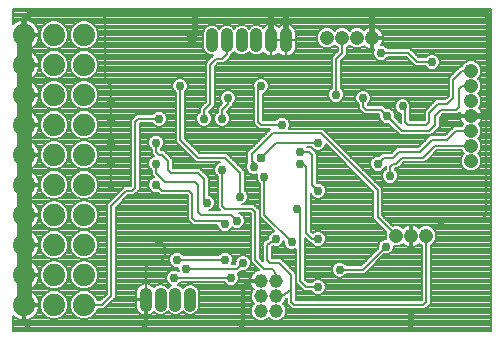
<source format=gbl>
G75*
%MOIN*%
%OFA0B0*%
%FSLAX25Y25*%
%IPPOS*%
%LPD*%
%AMOC8*
5,1,8,0,0,1.08239X$1,22.5*
%
%ADD10C,0.07400*%
%ADD11C,0.04756*%
%ADD12C,0.04559*%
%ADD13C,0.03969*%
%ADD14C,0.00800*%
%ADD15C,0.03000*%
%ADD16C,0.05000*%
%ADD17C,0.01200*%
%ADD18C,0.02000*%
%ADD19C,0.03600*%
%ADD20C,0.00700*%
%ADD21C,0.03100*%
D10*
X0065102Y0048102D03*
X0075102Y0048102D03*
X0085102Y0048102D03*
X0085102Y0058102D03*
X0075102Y0058102D03*
X0065102Y0058102D03*
X0065102Y0068102D03*
X0075102Y0068102D03*
X0085102Y0068102D03*
X0085102Y0078102D03*
X0075102Y0078102D03*
X0065102Y0078102D03*
X0065102Y0088102D03*
X0075102Y0088102D03*
X0085102Y0088102D03*
X0085102Y0098102D03*
X0075102Y0098102D03*
X0065102Y0098102D03*
X0065102Y0108102D03*
X0075102Y0108102D03*
X0085102Y0108102D03*
X0085102Y0118102D03*
X0075102Y0118102D03*
X0065102Y0118102D03*
X0065102Y0128102D03*
X0075102Y0128102D03*
X0085102Y0128102D03*
X0085102Y0138102D03*
X0075102Y0138102D03*
X0065102Y0138102D03*
D11*
X0166102Y0137102D03*
X0171102Y0137102D03*
X0176102Y0137102D03*
X0181102Y0137102D03*
X0214102Y0126102D03*
X0214102Y0121102D03*
X0214102Y0116102D03*
X0214102Y0111102D03*
X0214102Y0106102D03*
X0214102Y0101102D03*
X0214102Y0096102D03*
X0199102Y0071102D03*
X0194102Y0071102D03*
X0189102Y0071102D03*
D12*
X0149102Y0056102D03*
X0144102Y0056102D03*
X0144102Y0051102D03*
X0149102Y0051102D03*
X0149102Y0046102D03*
X0144102Y0046102D03*
D13*
X0120484Y0047890D02*
X0120484Y0051858D01*
X0115563Y0051858D02*
X0115563Y0047890D01*
X0110642Y0047890D02*
X0110642Y0051858D01*
X0105720Y0051858D02*
X0105720Y0047890D01*
X0127799Y0134346D02*
X0127799Y0138315D01*
X0132720Y0138315D02*
X0132720Y0134346D01*
X0137642Y0134346D02*
X0137642Y0138315D01*
X0142563Y0138315D02*
X0142563Y0134346D01*
X0147484Y0134346D02*
X0147484Y0138315D01*
X0152406Y0138315D02*
X0152406Y0134346D01*
D14*
X0061502Y0044490D02*
X0061502Y0039502D01*
X0220702Y0039502D01*
X0220702Y0146702D01*
X0061502Y0146702D01*
X0061502Y0141715D01*
X0061780Y0141992D01*
X0062429Y0142464D01*
X0063145Y0142829D01*
X0063908Y0143077D01*
X0064701Y0143202D01*
X0064702Y0143202D01*
X0064702Y0138502D01*
X0065502Y0138502D01*
X0065502Y0143202D01*
X0065504Y0143202D01*
X0066297Y0143077D01*
X0067060Y0142829D01*
X0067775Y0142464D01*
X0068425Y0141992D01*
X0068992Y0141425D01*
X0069464Y0140775D01*
X0069829Y0140060D01*
X0070077Y0139297D01*
X0070202Y0138504D01*
X0070202Y0138502D01*
X0065502Y0138502D01*
X0065502Y0137702D01*
X0065502Y0128502D01*
X0070202Y0128502D01*
X0070202Y0128504D01*
X0070077Y0129297D01*
X0069829Y0130060D01*
X0069464Y0130775D01*
X0068992Y0131425D01*
X0068425Y0131992D01*
X0067775Y0132464D01*
X0067060Y0132829D01*
X0066297Y0133077D01*
X0066135Y0133102D01*
X0066297Y0133128D01*
X0067060Y0133376D01*
X0067775Y0133740D01*
X0068425Y0134212D01*
X0068992Y0134780D01*
X0069464Y0135429D01*
X0069829Y0136145D01*
X0070077Y0136908D01*
X0070202Y0137701D01*
X0070202Y0137702D01*
X0065502Y0137702D01*
X0064702Y0137702D01*
X0064702Y0133202D01*
X0064702Y0128502D01*
X0065502Y0128502D01*
X0065502Y0127702D01*
X0065502Y0118502D01*
X0070202Y0118502D01*
X0070202Y0118504D01*
X0070077Y0119297D01*
X0069829Y0120060D01*
X0069464Y0120775D01*
X0068992Y0121425D01*
X0068425Y0121992D01*
X0067775Y0122464D01*
X0067060Y0122829D01*
X0066297Y0123077D01*
X0066135Y0123102D01*
X0066297Y0123128D01*
X0067060Y0123376D01*
X0067775Y0123740D01*
X0068425Y0124212D01*
X0068992Y0124780D01*
X0069464Y0125429D01*
X0069829Y0126145D01*
X0070077Y0126908D01*
X0070202Y0127701D01*
X0070202Y0127702D01*
X0065502Y0127702D01*
X0064702Y0127702D01*
X0064702Y0123202D01*
X0064702Y0118502D01*
X0065502Y0118502D01*
X0065502Y0117702D01*
X0065502Y0108502D01*
X0070202Y0108502D01*
X0070202Y0108504D01*
X0070077Y0109297D01*
X0069829Y0110060D01*
X0069464Y0110775D01*
X0068992Y0111425D01*
X0068425Y0111992D01*
X0067775Y0112464D01*
X0067060Y0112829D01*
X0066297Y0113077D01*
X0066135Y0113102D01*
X0066297Y0113128D01*
X0067060Y0113376D01*
X0067775Y0113740D01*
X0068425Y0114212D01*
X0068992Y0114780D01*
X0069464Y0115429D01*
X0069829Y0116145D01*
X0070077Y0116908D01*
X0070202Y0117701D01*
X0070202Y0117702D01*
X0065502Y0117702D01*
X0064702Y0117702D01*
X0064702Y0113202D01*
X0064702Y0108502D01*
X0065502Y0108502D01*
X0065502Y0107702D01*
X0065502Y0098502D01*
X0070202Y0098502D01*
X0070202Y0098504D01*
X0070077Y0099297D01*
X0069829Y0100060D01*
X0069464Y0100775D01*
X0068992Y0101425D01*
X0068425Y0101992D01*
X0067775Y0102464D01*
X0067060Y0102829D01*
X0066297Y0103077D01*
X0066135Y0103102D01*
X0066297Y0103128D01*
X0067060Y0103376D01*
X0067775Y0103740D01*
X0068425Y0104212D01*
X0068992Y0104780D01*
X0069464Y0105429D01*
X0069829Y0106145D01*
X0070077Y0106908D01*
X0070202Y0107701D01*
X0070202Y0107702D01*
X0065502Y0107702D01*
X0064702Y0107702D01*
X0064702Y0103202D01*
X0064702Y0098502D01*
X0065502Y0098502D01*
X0065502Y0097702D01*
X0065502Y0088502D01*
X0064702Y0088502D01*
X0064702Y0093002D01*
X0064702Y0097702D01*
X0065502Y0097702D01*
X0070202Y0097702D01*
X0070202Y0097701D01*
X0070077Y0096908D01*
X0069829Y0096145D01*
X0069464Y0095429D01*
X0068992Y0094780D01*
X0068425Y0094212D01*
X0067775Y0093740D01*
X0067060Y0093376D01*
X0066297Y0093128D01*
X0066135Y0093102D01*
X0066297Y0093077D01*
X0067060Y0092829D01*
X0067775Y0092464D01*
X0068425Y0091992D01*
X0068992Y0091425D01*
X0069464Y0090775D01*
X0069829Y0090060D01*
X0070077Y0089297D01*
X0070202Y0088504D01*
X0070202Y0088502D01*
X0065502Y0088502D01*
X0065502Y0087702D01*
X0065502Y0083202D01*
X0065502Y0078502D01*
X0064702Y0078502D01*
X0064702Y0087702D01*
X0065502Y0087702D01*
X0070202Y0087702D01*
X0070202Y0087701D01*
X0070077Y0086908D01*
X0069829Y0086145D01*
X0069464Y0085429D01*
X0068992Y0084780D01*
X0068425Y0084212D01*
X0067775Y0083740D01*
X0067060Y0083376D01*
X0066297Y0083128D01*
X0066135Y0083102D01*
X0066297Y0083077D01*
X0067060Y0082829D01*
X0067775Y0082464D01*
X0068425Y0081992D01*
X0068992Y0081425D01*
X0069464Y0080775D01*
X0069829Y0080060D01*
X0070077Y0079297D01*
X0070202Y0078504D01*
X0070202Y0078502D01*
X0065502Y0078502D01*
X0065502Y0077702D01*
X0065502Y0068502D01*
X0064702Y0068502D01*
X0064702Y0073202D01*
X0064702Y0077702D01*
X0065502Y0077702D01*
X0070202Y0077702D01*
X0070202Y0077701D01*
X0070077Y0076908D01*
X0069829Y0076145D01*
X0069464Y0075429D01*
X0068992Y0074780D01*
X0068425Y0074212D01*
X0067775Y0073740D01*
X0067060Y0073376D01*
X0066297Y0073128D01*
X0066135Y0073102D01*
X0066297Y0073077D01*
X0067060Y0072829D01*
X0067775Y0072464D01*
X0068425Y0071992D01*
X0068992Y0071425D01*
X0069464Y0070775D01*
X0069829Y0070060D01*
X0070077Y0069297D01*
X0070202Y0068504D01*
X0070202Y0068502D01*
X0065502Y0068502D01*
X0065502Y0067702D01*
X0065502Y0058502D01*
X0064702Y0058502D01*
X0064702Y0063202D01*
X0064702Y0067702D01*
X0065502Y0067702D01*
X0070202Y0067702D01*
X0070202Y0067701D01*
X0070077Y0066908D01*
X0069829Y0066145D01*
X0069464Y0065429D01*
X0068992Y0064780D01*
X0068425Y0064212D01*
X0067775Y0063740D01*
X0067060Y0063376D01*
X0066297Y0063128D01*
X0066135Y0063102D01*
X0066297Y0063077D01*
X0067060Y0062829D01*
X0067775Y0062464D01*
X0068425Y0061992D01*
X0068992Y0061425D01*
X0069464Y0060775D01*
X0069829Y0060060D01*
X0070077Y0059297D01*
X0070202Y0058504D01*
X0070202Y0058502D01*
X0065502Y0058502D01*
X0065502Y0057702D01*
X0065502Y0048502D01*
X0064702Y0048502D01*
X0064702Y0053202D01*
X0064702Y0057702D01*
X0065502Y0057702D01*
X0070202Y0057702D01*
X0070202Y0057701D01*
X0070077Y0056908D01*
X0069829Y0056145D01*
X0069464Y0055429D01*
X0068992Y0054780D01*
X0068425Y0054212D01*
X0067775Y0053740D01*
X0067060Y0053376D01*
X0066297Y0053128D01*
X0066135Y0053102D01*
X0066297Y0053077D01*
X0067060Y0052829D01*
X0067775Y0052464D01*
X0068425Y0051992D01*
X0068992Y0051425D01*
X0069464Y0050775D01*
X0069829Y0050060D01*
X0070077Y0049297D01*
X0070202Y0048504D01*
X0070202Y0048502D01*
X0065502Y0048502D01*
X0065502Y0047702D01*
X0065502Y0043002D01*
X0065504Y0043002D01*
X0066297Y0043128D01*
X0067060Y0043376D01*
X0067775Y0043740D01*
X0068425Y0044212D01*
X0068992Y0044780D01*
X0069464Y0045429D01*
X0069829Y0046145D01*
X0070077Y0046908D01*
X0070202Y0047701D01*
X0070202Y0047702D01*
X0065502Y0047702D01*
X0064702Y0047702D01*
X0064702Y0043002D01*
X0064701Y0043002D01*
X0063908Y0043128D01*
X0063145Y0043376D01*
X0062429Y0043740D01*
X0061780Y0044212D01*
X0061502Y0044490D01*
X0061502Y0043692D02*
X0062525Y0043692D01*
X0061502Y0042893D02*
X0143018Y0042893D01*
X0143430Y0042723D02*
X0144775Y0042723D01*
X0146017Y0043237D01*
X0146602Y0043823D01*
X0147188Y0043237D01*
X0148430Y0042723D01*
X0149775Y0042723D01*
X0151017Y0043237D01*
X0151967Y0044188D01*
X0152482Y0045430D01*
X0152482Y0046775D01*
X0151967Y0048017D01*
X0151382Y0048602D01*
X0151967Y0049188D01*
X0152361Y0050139D01*
X0152602Y0050300D01*
X0152602Y0048481D01*
X0153481Y0047602D01*
X0154481Y0046602D01*
X0198724Y0046602D01*
X0199602Y0047481D01*
X0200602Y0048481D01*
X0200602Y0067959D01*
X0201072Y0068154D01*
X0202051Y0069132D01*
X0202580Y0070411D01*
X0202580Y0071794D01*
X0202051Y0073072D01*
X0201072Y0074051D01*
X0199794Y0074580D01*
X0198411Y0074580D01*
X0197132Y0074051D01*
X0196814Y0073733D01*
X0196511Y0074037D01*
X0195892Y0074450D01*
X0195204Y0074735D01*
X0194474Y0074880D01*
X0194391Y0074880D01*
X0194391Y0071391D01*
X0193813Y0071391D01*
X0193813Y0074880D01*
X0193730Y0074880D01*
X0193000Y0074735D01*
X0192313Y0074450D01*
X0191694Y0074037D01*
X0191390Y0073733D01*
X0191072Y0074051D01*
X0189794Y0074580D01*
X0188411Y0074580D01*
X0187961Y0074394D01*
X0184452Y0077903D01*
X0184452Y0087003D01*
X0183603Y0087852D01*
X0164703Y0106752D01*
X0153357Y0106752D01*
X0153702Y0107585D01*
X0153702Y0108620D01*
X0153307Y0109575D01*
X0152575Y0110307D01*
X0151620Y0110702D01*
X0150585Y0110702D01*
X0149630Y0110307D01*
X0148925Y0109602D01*
X0144724Y0109602D01*
X0144602Y0109724D01*
X0144602Y0118502D01*
X0144620Y0118502D01*
X0145575Y0118898D01*
X0146307Y0119630D01*
X0146702Y0120585D01*
X0146702Y0121620D01*
X0146307Y0122575D01*
X0145575Y0123307D01*
X0144620Y0123702D01*
X0143585Y0123702D01*
X0142630Y0123307D01*
X0141898Y0122575D01*
X0141502Y0121620D01*
X0141502Y0120585D01*
X0141602Y0120344D01*
X0141602Y0108481D01*
X0142481Y0107602D01*
X0143481Y0106602D01*
X0147252Y0106602D01*
X0146552Y0105903D01*
X0139552Y0098903D01*
X0139552Y0095629D01*
X0139498Y0095575D01*
X0139102Y0094620D01*
X0139102Y0093585D01*
X0139498Y0092630D01*
X0140230Y0091898D01*
X0141185Y0091502D01*
X0142220Y0091502D01*
X0142873Y0091773D01*
X0142602Y0091120D01*
X0142602Y0090085D01*
X0142998Y0089130D01*
X0143730Y0088398D01*
X0143752Y0088389D01*
X0143752Y0077402D01*
X0148491Y0072663D01*
X0147630Y0072307D01*
X0146898Y0071575D01*
X0146502Y0070620D01*
X0146502Y0070172D01*
X0145648Y0069602D01*
X0145481Y0069602D01*
X0145147Y0069268D01*
X0144753Y0069006D01*
X0144721Y0068842D01*
X0144602Y0068724D01*
X0144602Y0068251D01*
X0144510Y0067787D01*
X0144602Y0067648D01*
X0144602Y0062724D01*
X0143602Y0063724D01*
X0143602Y0079724D01*
X0142724Y0080602D01*
X0142602Y0080724D01*
X0141724Y0081602D01*
X0137861Y0081602D01*
X0138575Y0081898D01*
X0139307Y0082630D01*
X0139702Y0083585D01*
X0139702Y0084620D01*
X0139307Y0085575D01*
X0138602Y0086279D01*
X0138602Y0092724D01*
X0137724Y0093602D01*
X0132724Y0098602D01*
X0123724Y0098602D01*
X0118602Y0103724D01*
X0118602Y0118925D01*
X0119307Y0119630D01*
X0119702Y0120585D01*
X0119702Y0121620D01*
X0119307Y0122575D01*
X0118575Y0123307D01*
X0117620Y0123702D01*
X0116585Y0123702D01*
X0115630Y0123307D01*
X0114898Y0122575D01*
X0114502Y0121620D01*
X0114502Y0120585D01*
X0114898Y0119630D01*
X0115602Y0118925D01*
X0115602Y0102481D01*
X0121602Y0096481D01*
X0122481Y0095602D01*
X0130344Y0095602D01*
X0129630Y0095307D01*
X0128898Y0094575D01*
X0128502Y0093620D01*
X0128502Y0092585D01*
X0128898Y0091630D01*
X0129602Y0090925D01*
X0129602Y0080481D01*
X0130481Y0079602D01*
X0126861Y0079602D01*
X0127575Y0079898D01*
X0128307Y0080630D01*
X0128702Y0081585D01*
X0128702Y0082620D01*
X0128307Y0083575D01*
X0127575Y0084307D01*
X0126620Y0084702D01*
X0126602Y0084702D01*
X0126602Y0090724D01*
X0125724Y0091602D01*
X0123724Y0093602D01*
X0114724Y0093602D01*
X0114602Y0093724D01*
X0114602Y0096724D01*
X0113724Y0097602D01*
X0111724Y0099602D01*
X0110724Y0099602D01*
X0110602Y0099724D01*
X0110602Y0099925D01*
X0111307Y0100630D01*
X0111702Y0101585D01*
X0111702Y0102620D01*
X0111307Y0103575D01*
X0110575Y0104307D01*
X0109620Y0104702D01*
X0108585Y0104702D01*
X0107630Y0104307D01*
X0106898Y0103575D01*
X0106502Y0102620D01*
X0106502Y0101585D01*
X0106898Y0100630D01*
X0107602Y0099925D01*
X0107602Y0098481D01*
X0108441Y0097643D01*
X0107630Y0097307D01*
X0106898Y0096575D01*
X0106502Y0095620D01*
X0106502Y0094585D01*
X0106898Y0093630D01*
X0107602Y0092925D01*
X0107602Y0091481D01*
X0108441Y0090643D01*
X0107630Y0090307D01*
X0106898Y0089575D01*
X0106502Y0088620D01*
X0106502Y0087585D01*
X0106898Y0086630D01*
X0107630Y0085898D01*
X0108585Y0085502D01*
X0109581Y0085502D01*
X0109602Y0085481D01*
X0110481Y0084602D01*
X0119481Y0084602D01*
X0119602Y0084481D01*
X0119602Y0076481D01*
X0120602Y0075481D01*
X0121481Y0074602D01*
X0129502Y0074602D01*
X0129502Y0074585D01*
X0129898Y0073630D01*
X0130630Y0072898D01*
X0131585Y0072502D01*
X0132620Y0072502D01*
X0133575Y0072898D01*
X0134307Y0073630D01*
X0134480Y0074048D01*
X0134630Y0073898D01*
X0135585Y0073502D01*
X0136620Y0073502D01*
X0137575Y0073898D01*
X0138307Y0074630D01*
X0138702Y0075585D01*
X0138702Y0076620D01*
X0138307Y0077575D01*
X0137575Y0078307D01*
X0136861Y0078602D01*
X0140481Y0078602D01*
X0140602Y0078481D01*
X0140602Y0062861D01*
X0140307Y0063575D01*
X0139575Y0064307D01*
X0138620Y0064702D01*
X0137585Y0064702D01*
X0136630Y0064307D01*
X0135898Y0063575D01*
X0135502Y0062620D01*
X0135502Y0061624D01*
X0135481Y0061602D01*
X0134279Y0061602D01*
X0134307Y0061630D01*
X0134702Y0062585D01*
X0134702Y0063620D01*
X0134307Y0064575D01*
X0133575Y0065307D01*
X0132620Y0065702D01*
X0131585Y0065702D01*
X0130630Y0065307D01*
X0129925Y0064602D01*
X0118279Y0064602D01*
X0117575Y0065307D01*
X0116620Y0065702D01*
X0115585Y0065702D01*
X0114630Y0065307D01*
X0113898Y0064575D01*
X0113502Y0063620D01*
X0113502Y0062585D01*
X0113898Y0061630D01*
X0114630Y0060898D01*
X0115585Y0060502D01*
X0116502Y0060502D01*
X0116502Y0059585D01*
X0116648Y0059234D01*
X0116575Y0059307D01*
X0115620Y0059702D01*
X0114585Y0059702D01*
X0113630Y0059307D01*
X0112898Y0058575D01*
X0112502Y0057620D01*
X0112502Y0056585D01*
X0112898Y0055630D01*
X0113630Y0054898D01*
X0114236Y0054647D01*
X0113816Y0054473D01*
X0113102Y0053759D01*
X0112389Y0054473D01*
X0111255Y0054943D01*
X0110028Y0054943D01*
X0108895Y0054473D01*
X0108384Y0053963D01*
X0108349Y0054016D01*
X0107878Y0054487D01*
X0107324Y0054857D01*
X0106708Y0055112D01*
X0106054Y0055243D01*
X0105813Y0055243D01*
X0105813Y0049966D01*
X0105628Y0049966D01*
X0105628Y0049782D01*
X0102336Y0049782D01*
X0102336Y0047556D01*
X0102466Y0046903D01*
X0102721Y0046287D01*
X0103092Y0045732D01*
X0103563Y0045261D01*
X0104117Y0044891D01*
X0104733Y0044636D01*
X0105387Y0044506D01*
X0105628Y0044506D01*
X0105628Y0049782D01*
X0105813Y0049782D01*
X0105813Y0044506D01*
X0106054Y0044506D01*
X0106708Y0044636D01*
X0107324Y0044891D01*
X0107878Y0045261D01*
X0108349Y0045732D01*
X0108384Y0045785D01*
X0108895Y0045275D01*
X0110028Y0044806D01*
X0111255Y0044806D01*
X0112389Y0045275D01*
X0113102Y0045989D01*
X0113816Y0045275D01*
X0114949Y0044806D01*
X0116176Y0044806D01*
X0117310Y0045275D01*
X0118024Y0045989D01*
X0118737Y0045275D01*
X0119871Y0044806D01*
X0121098Y0044806D01*
X0122231Y0045275D01*
X0123099Y0046143D01*
X0123568Y0047276D01*
X0123568Y0052472D01*
X0123099Y0053605D01*
X0122231Y0054473D01*
X0121098Y0054943D01*
X0119871Y0054943D01*
X0118737Y0054473D01*
X0118024Y0053759D01*
X0117310Y0054473D01*
X0116429Y0054838D01*
X0116575Y0054898D01*
X0117279Y0055602D01*
X0131925Y0055602D01*
X0132630Y0054898D01*
X0133585Y0054502D01*
X0134620Y0054502D01*
X0135575Y0054898D01*
X0136307Y0055630D01*
X0136702Y0056585D01*
X0136702Y0057620D01*
X0136307Y0058575D01*
X0136279Y0058602D01*
X0136724Y0058602D01*
X0137624Y0059502D01*
X0138620Y0059502D01*
X0139575Y0059898D01*
X0140307Y0060630D01*
X0140702Y0061585D01*
X0140702Y0062381D01*
X0143374Y0059709D01*
X0143029Y0059640D01*
X0142359Y0059363D01*
X0141757Y0058960D01*
X0141244Y0058448D01*
X0140842Y0057845D01*
X0140564Y0057176D01*
X0140423Y0056465D01*
X0140423Y0056342D01*
X0143863Y0056342D01*
X0143863Y0055863D01*
X0140423Y0055863D01*
X0140423Y0055740D01*
X0140564Y0055029D01*
X0140842Y0054359D01*
X0141244Y0053757D01*
X0141611Y0053390D01*
X0141237Y0053017D01*
X0140723Y0051775D01*
X0140723Y0050430D01*
X0141237Y0049188D01*
X0141823Y0048602D01*
X0141237Y0048017D01*
X0140723Y0046775D01*
X0140723Y0045430D01*
X0141237Y0044188D01*
X0142188Y0043237D01*
X0143430Y0042723D01*
X0145186Y0042893D02*
X0148018Y0042893D01*
X0146733Y0043692D02*
X0146471Y0043692D01*
X0150186Y0042893D02*
X0220702Y0042893D01*
X0220702Y0042095D02*
X0061502Y0042095D01*
X0061502Y0041296D02*
X0220702Y0041296D01*
X0220702Y0040498D02*
X0061502Y0040498D01*
X0061502Y0039699D02*
X0220702Y0039699D01*
X0220702Y0043692D02*
X0151471Y0043692D01*
X0152093Y0044490D02*
X0220702Y0044490D01*
X0220702Y0045289D02*
X0152423Y0045289D01*
X0152482Y0046087D02*
X0220702Y0046087D01*
X0220702Y0046886D02*
X0199007Y0046886D01*
X0199806Y0047684D02*
X0220702Y0047684D01*
X0220702Y0048483D02*
X0200602Y0048483D01*
X0200602Y0049282D02*
X0220702Y0049282D01*
X0220702Y0050080D02*
X0200602Y0050080D01*
X0200602Y0050879D02*
X0220702Y0050879D01*
X0220702Y0051677D02*
X0200602Y0051677D01*
X0200602Y0052476D02*
X0220702Y0052476D01*
X0220702Y0053274D02*
X0200602Y0053274D01*
X0200602Y0054073D02*
X0220702Y0054073D01*
X0220702Y0054871D02*
X0200602Y0054871D01*
X0200602Y0055670D02*
X0220702Y0055670D01*
X0220702Y0056468D02*
X0200602Y0056468D01*
X0200602Y0057267D02*
X0220702Y0057267D01*
X0220702Y0058065D02*
X0200602Y0058065D01*
X0200602Y0058864D02*
X0220702Y0058864D01*
X0220702Y0059662D02*
X0200602Y0059662D01*
X0200602Y0060461D02*
X0220702Y0060461D01*
X0220702Y0061259D02*
X0200602Y0061259D01*
X0200602Y0062058D02*
X0220702Y0062058D01*
X0220702Y0062856D02*
X0200602Y0062856D01*
X0200602Y0063655D02*
X0220702Y0063655D01*
X0220702Y0064453D02*
X0200602Y0064453D01*
X0200602Y0065252D02*
X0220702Y0065252D01*
X0220702Y0066050D02*
X0200602Y0066050D01*
X0200602Y0066849D02*
X0220702Y0066849D01*
X0220702Y0067647D02*
X0200602Y0067647D01*
X0201364Y0068446D02*
X0220702Y0068446D01*
X0220702Y0069244D02*
X0202097Y0069244D01*
X0202428Y0070043D02*
X0220702Y0070043D01*
X0220702Y0070841D02*
X0202580Y0070841D01*
X0202580Y0071640D02*
X0220702Y0071640D01*
X0220702Y0072438D02*
X0202313Y0072438D01*
X0201886Y0073237D02*
X0220702Y0073237D01*
X0220702Y0074035D02*
X0201088Y0074035D01*
X0204102Y0076102D02*
X0217102Y0076102D01*
X0219102Y0078102D01*
X0219102Y0110877D01*
X0218877Y0111102D01*
X0217880Y0110813D02*
X0214391Y0110813D01*
X0214391Y0111391D01*
X0217880Y0111391D01*
X0217880Y0111474D01*
X0217735Y0112204D01*
X0217450Y0112892D01*
X0217037Y0113511D01*
X0216733Y0113814D01*
X0217051Y0114132D01*
X0217580Y0115411D01*
X0217580Y0116794D01*
X0217051Y0118072D01*
X0216521Y0118602D01*
X0217051Y0119132D01*
X0217580Y0120411D01*
X0217580Y0121794D01*
X0217051Y0123072D01*
X0216521Y0123602D01*
X0217051Y0124132D01*
X0217580Y0125411D01*
X0217580Y0126794D01*
X0217051Y0128072D01*
X0216072Y0129051D01*
X0214794Y0129580D01*
X0213411Y0129580D01*
X0212132Y0129051D01*
X0211154Y0128072D01*
X0210959Y0127602D01*
X0210481Y0127602D01*
X0207481Y0124602D01*
X0206602Y0123724D01*
X0206602Y0117724D01*
X0205481Y0116602D01*
X0202481Y0116602D01*
X0198602Y0112724D01*
X0198602Y0109724D01*
X0198481Y0109602D01*
X0193724Y0109602D01*
X0193602Y0109724D01*
X0193602Y0113024D01*
X0193928Y0113811D01*
X0193928Y0114846D01*
X0193533Y0115801D01*
X0192801Y0116533D01*
X0191846Y0116928D01*
X0190811Y0116928D01*
X0189856Y0116533D01*
X0189124Y0115801D01*
X0188728Y0114846D01*
X0188728Y0113811D01*
X0189124Y0112856D01*
X0189856Y0112124D01*
X0190602Y0111815D01*
X0190602Y0108724D01*
X0188702Y0110624D01*
X0188702Y0111620D01*
X0188307Y0112575D01*
X0187575Y0113307D01*
X0186620Y0113702D01*
X0185624Y0113702D01*
X0185602Y0113724D01*
X0184724Y0114602D01*
X0179724Y0114602D01*
X0179602Y0114724D01*
X0179602Y0114925D01*
X0180307Y0115630D01*
X0180702Y0116585D01*
X0180702Y0117620D01*
X0180307Y0118575D01*
X0179575Y0119307D01*
X0178620Y0119702D01*
X0177585Y0119702D01*
X0176630Y0119307D01*
X0175898Y0118575D01*
X0175502Y0117620D01*
X0175502Y0116585D01*
X0175898Y0115630D01*
X0176602Y0114925D01*
X0176602Y0113481D01*
X0177481Y0112602D01*
X0178481Y0111602D01*
X0183481Y0111602D01*
X0183502Y0111581D01*
X0183502Y0110585D01*
X0183898Y0109630D01*
X0184630Y0108898D01*
X0185585Y0108502D01*
X0186581Y0108502D01*
X0190481Y0104602D01*
X0200724Y0104602D01*
X0201602Y0105481D01*
X0203602Y0107481D01*
X0203602Y0110481D01*
X0204724Y0111602D01*
X0209724Y0111602D01*
X0210571Y0112450D01*
X0210470Y0112204D01*
X0210324Y0111474D01*
X0210324Y0111391D01*
X0213813Y0111391D01*
X0213813Y0110813D01*
X0210324Y0110813D01*
X0210324Y0110730D01*
X0210470Y0110000D01*
X0210754Y0109313D01*
X0211168Y0108694D01*
X0211472Y0108390D01*
X0211154Y0108072D01*
X0210959Y0107602D01*
X0208481Y0107602D01*
X0205481Y0104602D01*
X0200481Y0104602D01*
X0196481Y0100602D01*
X0189481Y0100602D01*
X0187481Y0098602D01*
X0184481Y0098602D01*
X0183581Y0097702D01*
X0182585Y0097702D01*
X0181630Y0097307D01*
X0180898Y0096575D01*
X0180502Y0095620D01*
X0180502Y0094585D01*
X0180898Y0093630D01*
X0181630Y0092898D01*
X0182585Y0092502D01*
X0183620Y0092502D01*
X0184575Y0092898D01*
X0185307Y0093630D01*
X0185602Y0094344D01*
X0185602Y0093279D01*
X0184898Y0092575D01*
X0184502Y0091620D01*
X0184502Y0090585D01*
X0184898Y0089630D01*
X0185630Y0088898D01*
X0186585Y0088502D01*
X0187620Y0088502D01*
X0188575Y0088898D01*
X0189307Y0089630D01*
X0189702Y0090585D01*
X0189702Y0091620D01*
X0189307Y0092575D01*
X0188602Y0093279D01*
X0188602Y0093481D01*
X0188724Y0093602D01*
X0189724Y0093602D01*
X0190602Y0094481D01*
X0191724Y0095602D01*
X0198724Y0095602D01*
X0199602Y0096481D01*
X0202724Y0099602D01*
X0210959Y0099602D01*
X0211154Y0099132D01*
X0211684Y0098602D01*
X0211154Y0098072D01*
X0210624Y0096794D01*
X0210624Y0095411D01*
X0211154Y0094132D01*
X0212132Y0093154D01*
X0213411Y0092624D01*
X0214794Y0092624D01*
X0216072Y0093154D01*
X0217051Y0094132D01*
X0217580Y0095411D01*
X0217580Y0096794D01*
X0217051Y0098072D01*
X0216521Y0098602D01*
X0217051Y0099132D01*
X0217580Y0100411D01*
X0217580Y0101794D01*
X0217051Y0103072D01*
X0216521Y0103602D01*
X0217051Y0104132D01*
X0217580Y0105411D01*
X0217580Y0106794D01*
X0217051Y0108072D01*
X0216733Y0108390D01*
X0217037Y0108694D01*
X0217450Y0109313D01*
X0217735Y0110000D01*
X0217880Y0110730D01*
X0217880Y0110813D01*
X0217880Y0110767D02*
X0220702Y0110767D01*
X0220702Y0111565D02*
X0217862Y0111565D01*
X0217669Y0112364D02*
X0220702Y0112364D01*
X0220702Y0113162D02*
X0217270Y0113162D01*
X0216879Y0113961D02*
X0220702Y0113961D01*
X0220702Y0114759D02*
X0217311Y0114759D01*
X0217580Y0115558D02*
X0220702Y0115558D01*
X0220702Y0116356D02*
X0217580Y0116356D01*
X0217431Y0117155D02*
X0220702Y0117155D01*
X0220702Y0117953D02*
X0217100Y0117953D01*
X0216671Y0118752D02*
X0220702Y0118752D01*
X0220702Y0119551D02*
X0217224Y0119551D01*
X0217555Y0120349D02*
X0220702Y0120349D01*
X0220702Y0121148D02*
X0217580Y0121148D01*
X0217517Y0121946D02*
X0220702Y0121946D01*
X0220702Y0122745D02*
X0217187Y0122745D01*
X0216580Y0123543D02*
X0220702Y0123543D01*
X0220702Y0124342D02*
X0217138Y0124342D01*
X0217468Y0125140D02*
X0220702Y0125140D01*
X0220702Y0125939D02*
X0217580Y0125939D01*
X0217580Y0126737D02*
X0220702Y0126737D01*
X0220702Y0127536D02*
X0217273Y0127536D01*
X0216789Y0128334D02*
X0220702Y0128334D01*
X0220702Y0129133D02*
X0215875Y0129133D01*
X0212330Y0129133D02*
X0203702Y0129133D01*
X0203702Y0129620D02*
X0203307Y0130575D01*
X0202575Y0131307D01*
X0201620Y0131702D01*
X0200585Y0131702D01*
X0199630Y0131307D01*
X0198925Y0130602D01*
X0196724Y0130602D01*
X0194602Y0132724D01*
X0193724Y0133602D01*
X0186279Y0133602D01*
X0185575Y0134307D01*
X0184620Y0134702D01*
X0184042Y0134702D01*
X0184450Y0135313D01*
X0184735Y0136000D01*
X0184880Y0136730D01*
X0184880Y0136813D01*
X0181391Y0136813D01*
X0181391Y0133324D01*
X0181474Y0133324D01*
X0181823Y0133394D01*
X0181502Y0132620D01*
X0181502Y0131585D01*
X0181898Y0130630D01*
X0182630Y0129898D01*
X0183585Y0129502D01*
X0184620Y0129502D01*
X0185575Y0129898D01*
X0186279Y0130602D01*
X0192481Y0130602D01*
X0195481Y0127602D01*
X0198925Y0127602D01*
X0199630Y0126898D01*
X0200585Y0126502D01*
X0201620Y0126502D01*
X0202575Y0126898D01*
X0203307Y0127630D01*
X0203702Y0128585D01*
X0203702Y0129620D01*
X0203573Y0129931D02*
X0220702Y0129931D01*
X0220702Y0130730D02*
X0203152Y0130730D01*
X0202040Y0131528D02*
X0220702Y0131528D01*
X0220702Y0132327D02*
X0194999Y0132327D01*
X0194201Y0133125D02*
X0220702Y0133125D01*
X0220702Y0133924D02*
X0185958Y0133924D01*
X0184056Y0134722D02*
X0220702Y0134722D01*
X0220702Y0135521D02*
X0184536Y0135521D01*
X0184799Y0136319D02*
X0220702Y0136319D01*
X0220702Y0137118D02*
X0181391Y0137118D01*
X0181391Y0137391D02*
X0181391Y0136813D01*
X0180813Y0136813D01*
X0180813Y0133324D01*
X0180730Y0133324D01*
X0180000Y0133470D01*
X0179313Y0133754D01*
X0178694Y0134168D01*
X0178390Y0134472D01*
X0178072Y0134154D01*
X0176794Y0133624D01*
X0175411Y0133624D01*
X0174132Y0134154D01*
X0173602Y0134684D01*
X0173072Y0134154D01*
X0172602Y0133959D01*
X0172602Y0131481D01*
X0170602Y0129481D01*
X0170602Y0120279D01*
X0171307Y0119575D01*
X0171702Y0118620D01*
X0171702Y0117585D01*
X0171307Y0116630D01*
X0170575Y0115898D01*
X0169620Y0115502D01*
X0168585Y0115502D01*
X0167630Y0115898D01*
X0166898Y0116630D01*
X0166502Y0117585D01*
X0166502Y0118620D01*
X0166898Y0119575D01*
X0167602Y0120279D01*
X0167602Y0130724D01*
X0168481Y0131602D01*
X0169602Y0132724D01*
X0169602Y0133959D01*
X0169132Y0134154D01*
X0168602Y0134684D01*
X0168072Y0134154D01*
X0166794Y0133624D01*
X0165411Y0133624D01*
X0164132Y0134154D01*
X0163154Y0135132D01*
X0162624Y0136411D01*
X0162624Y0137794D01*
X0163154Y0139072D01*
X0164132Y0140051D01*
X0165411Y0140580D01*
X0166794Y0140580D01*
X0168072Y0140051D01*
X0168602Y0139521D01*
X0169132Y0140051D01*
X0170411Y0140580D01*
X0171794Y0140580D01*
X0173072Y0140051D01*
X0173602Y0139521D01*
X0174132Y0140051D01*
X0175411Y0140580D01*
X0176794Y0140580D01*
X0178072Y0140051D01*
X0178390Y0139733D01*
X0178694Y0140037D01*
X0179313Y0140450D01*
X0180000Y0140735D01*
X0180730Y0140880D01*
X0180813Y0140880D01*
X0180813Y0137391D01*
X0181391Y0137391D01*
X0181391Y0140880D01*
X0181474Y0140880D01*
X0182204Y0140735D01*
X0182892Y0140450D01*
X0183511Y0140037D01*
X0184037Y0139511D01*
X0184450Y0138892D01*
X0184735Y0138204D01*
X0184880Y0137474D01*
X0184880Y0137391D01*
X0181391Y0137391D01*
X0181391Y0137916D02*
X0180813Y0137916D01*
X0180813Y0138715D02*
X0181391Y0138715D01*
X0181391Y0139513D02*
X0180813Y0139513D01*
X0180813Y0140312D02*
X0181391Y0140312D01*
X0183099Y0140312D02*
X0220702Y0140312D01*
X0220702Y0141110D02*
X0154313Y0141110D01*
X0154563Y0140944D02*
X0154009Y0141314D01*
X0153393Y0141569D01*
X0152739Y0141699D01*
X0152498Y0141699D01*
X0152498Y0136423D01*
X0155790Y0136423D01*
X0155790Y0138648D01*
X0155660Y0139302D01*
X0155405Y0139918D01*
X0155034Y0140472D01*
X0154563Y0140944D01*
X0155141Y0140312D02*
X0164762Y0140312D01*
X0163595Y0139513D02*
X0155572Y0139513D01*
X0155777Y0138715D02*
X0163006Y0138715D01*
X0162675Y0137916D02*
X0155790Y0137916D01*
X0155790Y0137118D02*
X0162624Y0137118D01*
X0162662Y0136319D02*
X0152498Y0136319D01*
X0152498Y0136239D02*
X0152498Y0136423D01*
X0152313Y0136423D01*
X0152313Y0136239D01*
X0149021Y0136239D01*
X0147576Y0136239D01*
X0147576Y0136238D02*
X0147576Y0130962D01*
X0147818Y0130962D01*
X0148471Y0131092D01*
X0149087Y0131347D01*
X0149642Y0131718D01*
X0149945Y0132021D01*
X0150248Y0131718D01*
X0150802Y0131347D01*
X0151418Y0131092D01*
X0152072Y0130962D01*
X0152313Y0130962D01*
X0152313Y0136238D01*
X0152498Y0136238D01*
X0152498Y0130962D01*
X0152739Y0130962D01*
X0153393Y0131092D01*
X0154009Y0131347D01*
X0154563Y0131718D01*
X0155034Y0132189D01*
X0155405Y0132743D01*
X0155660Y0133359D01*
X0155790Y0134013D01*
X0155790Y0136239D01*
X0152498Y0136239D01*
X0152313Y0136319D02*
X0147576Y0136319D01*
X0147576Y0136239D02*
X0147576Y0136423D01*
X0147392Y0136423D01*
X0147392Y0141699D01*
X0147151Y0141699D01*
X0146497Y0141569D01*
X0145881Y0141314D01*
X0145327Y0140944D01*
X0144856Y0140472D01*
X0144820Y0140419D01*
X0144310Y0140930D01*
X0143176Y0141399D01*
X0141949Y0141399D01*
X0140816Y0140930D01*
X0140102Y0140216D01*
X0139389Y0140930D01*
X0138255Y0141399D01*
X0137028Y0141399D01*
X0135895Y0140930D01*
X0135181Y0140216D01*
X0134468Y0140930D01*
X0133334Y0141399D01*
X0132107Y0141399D01*
X0130973Y0140930D01*
X0130260Y0140216D01*
X0129546Y0140930D01*
X0128413Y0141399D01*
X0127186Y0141399D01*
X0126052Y0140930D01*
X0125185Y0140062D01*
X0124715Y0138928D01*
X0124715Y0133733D01*
X0125185Y0132599D01*
X0126052Y0131732D01*
X0127186Y0131262D01*
X0128141Y0131262D01*
X0126481Y0129602D01*
X0125602Y0128724D01*
X0125602Y0115724D01*
X0124481Y0114602D01*
X0123602Y0113724D01*
X0123602Y0112279D01*
X0122898Y0111575D01*
X0122502Y0110620D01*
X0122502Y0109585D01*
X0122898Y0108630D01*
X0123630Y0107898D01*
X0124585Y0107502D01*
X0125620Y0107502D01*
X0126575Y0107898D01*
X0127307Y0108630D01*
X0127702Y0109585D01*
X0127702Y0110620D01*
X0127307Y0111575D01*
X0126602Y0112279D01*
X0126602Y0112481D01*
X0128602Y0114481D01*
X0128602Y0127481D01*
X0129724Y0128602D01*
X0131724Y0128602D01*
X0132602Y0129481D01*
X0134220Y0131099D01*
X0134220Y0131629D01*
X0134468Y0131732D01*
X0135181Y0132445D01*
X0135895Y0131732D01*
X0137028Y0131262D01*
X0138255Y0131262D01*
X0139389Y0131732D01*
X0140102Y0132445D01*
X0140816Y0131732D01*
X0141949Y0131262D01*
X0143176Y0131262D01*
X0144310Y0131732D01*
X0144820Y0132242D01*
X0144856Y0132189D01*
X0145327Y0131718D01*
X0145881Y0131347D01*
X0146497Y0131092D01*
X0147151Y0130962D01*
X0147392Y0130962D01*
X0147392Y0136238D01*
X0147576Y0136238D01*
X0147576Y0136423D02*
X0152313Y0136423D01*
X0152313Y0141699D01*
X0152072Y0141699D01*
X0151418Y0141569D01*
X0150802Y0141314D01*
X0150248Y0140944D01*
X0149945Y0140640D01*
X0149642Y0140944D01*
X0149087Y0141314D01*
X0148471Y0141569D01*
X0147818Y0141699D01*
X0147576Y0141699D01*
X0147576Y0136423D01*
X0147576Y0137118D02*
X0147392Y0137118D01*
X0147392Y0137916D02*
X0147576Y0137916D01*
X0147576Y0138715D02*
X0147392Y0138715D01*
X0147392Y0139513D02*
X0147576Y0139513D01*
X0147576Y0140312D02*
X0147392Y0140312D01*
X0147392Y0141110D02*
X0147576Y0141110D01*
X0149392Y0141110D02*
X0150498Y0141110D01*
X0152313Y0141110D02*
X0152498Y0141110D01*
X0152498Y0140312D02*
X0152313Y0140312D01*
X0152313Y0139513D02*
X0152498Y0139513D01*
X0152498Y0138715D02*
X0152313Y0138715D01*
X0152313Y0137916D02*
X0152498Y0137916D01*
X0152498Y0137118D02*
X0152313Y0137118D01*
X0152313Y0135521D02*
X0152498Y0135521D01*
X0152498Y0134722D02*
X0152313Y0134722D01*
X0152313Y0133924D02*
X0152498Y0133924D01*
X0152498Y0133125D02*
X0152313Y0133125D01*
X0152313Y0132327D02*
X0152498Y0132327D01*
X0152498Y0131528D02*
X0152313Y0131528D01*
X0150532Y0131528D02*
X0149358Y0131528D01*
X0147576Y0131528D02*
X0147392Y0131528D01*
X0147392Y0132327D02*
X0147576Y0132327D01*
X0147576Y0133125D02*
X0147392Y0133125D01*
X0147392Y0133924D02*
X0147576Y0133924D01*
X0147576Y0134722D02*
X0147392Y0134722D01*
X0147392Y0135521D02*
X0147576Y0135521D01*
X0145611Y0131528D02*
X0143819Y0131528D01*
X0141307Y0131528D02*
X0138897Y0131528D01*
X0139984Y0132327D02*
X0140221Y0132327D01*
X0136386Y0131528D02*
X0134220Y0131528D01*
X0133851Y0130730D02*
X0167608Y0130730D01*
X0167602Y0129931D02*
X0133052Y0129931D01*
X0132254Y0129133D02*
X0167602Y0129133D01*
X0167602Y0128334D02*
X0129455Y0128334D01*
X0128657Y0127536D02*
X0167602Y0127536D01*
X0167602Y0126737D02*
X0128602Y0126737D01*
X0128602Y0125939D02*
X0167602Y0125939D01*
X0167602Y0125140D02*
X0128602Y0125140D01*
X0128602Y0124342D02*
X0167602Y0124342D01*
X0167602Y0123543D02*
X0145004Y0123543D01*
X0146137Y0122745D02*
X0167602Y0122745D01*
X0167602Y0121946D02*
X0146567Y0121946D01*
X0146702Y0121148D02*
X0167602Y0121148D01*
X0167602Y0120349D02*
X0146605Y0120349D01*
X0146227Y0119551D02*
X0166888Y0119551D01*
X0166557Y0118752D02*
X0145222Y0118752D01*
X0144602Y0117953D02*
X0166502Y0117953D01*
X0166681Y0117155D02*
X0144602Y0117155D01*
X0144602Y0116356D02*
X0167171Y0116356D01*
X0168451Y0115558D02*
X0144602Y0115558D01*
X0144602Y0114759D02*
X0176602Y0114759D01*
X0176602Y0113961D02*
X0144602Y0113961D01*
X0144602Y0113162D02*
X0176921Y0113162D01*
X0177719Y0112364D02*
X0144602Y0112364D01*
X0144602Y0111565D02*
X0183502Y0111565D01*
X0183502Y0110767D02*
X0144602Y0110767D01*
X0144602Y0109968D02*
X0149291Y0109968D01*
X0151102Y0108102D02*
X0144102Y0108102D01*
X0143102Y0109102D01*
X0143102Y0120102D01*
X0144102Y0121102D01*
X0141502Y0121148D02*
X0128602Y0121148D01*
X0128602Y0121946D02*
X0141638Y0121946D01*
X0142068Y0122745D02*
X0128602Y0122745D01*
X0128602Y0123543D02*
X0143201Y0123543D01*
X0141600Y0120349D02*
X0128602Y0120349D01*
X0128602Y0119551D02*
X0132219Y0119551D01*
X0132585Y0119702D02*
X0131630Y0119307D01*
X0130898Y0118575D01*
X0130502Y0117620D01*
X0130502Y0116585D01*
X0130898Y0115630D01*
X0131203Y0115325D01*
X0130481Y0114602D01*
X0129602Y0113724D01*
X0129602Y0112279D01*
X0128898Y0111575D01*
X0128502Y0110620D01*
X0128502Y0109585D01*
X0128898Y0108630D01*
X0129630Y0107898D01*
X0130585Y0107502D01*
X0131620Y0107502D01*
X0132575Y0107898D01*
X0133307Y0108630D01*
X0133702Y0109585D01*
X0133702Y0110620D01*
X0133307Y0111575D01*
X0132602Y0112279D01*
X0132602Y0112481D01*
X0133724Y0113602D01*
X0134602Y0114481D01*
X0134602Y0114925D01*
X0135307Y0115630D01*
X0135702Y0116585D01*
X0135702Y0117620D01*
X0135307Y0118575D01*
X0134575Y0119307D01*
X0133620Y0119702D01*
X0132585Y0119702D01*
X0133986Y0119551D02*
X0141602Y0119551D01*
X0141602Y0118752D02*
X0135130Y0118752D01*
X0135564Y0117953D02*
X0141602Y0117953D01*
X0141602Y0117155D02*
X0135702Y0117155D01*
X0135608Y0116356D02*
X0141602Y0116356D01*
X0141602Y0115558D02*
X0135235Y0115558D01*
X0134602Y0114759D02*
X0141602Y0114759D01*
X0141602Y0113961D02*
X0134082Y0113961D01*
X0133724Y0113602D02*
X0133724Y0113602D01*
X0133284Y0113162D02*
X0141602Y0113162D01*
X0141602Y0112364D02*
X0132602Y0112364D01*
X0133311Y0111565D02*
X0141602Y0111565D01*
X0141602Y0110767D02*
X0133641Y0110767D01*
X0133702Y0109968D02*
X0141602Y0109968D01*
X0141602Y0109170D02*
X0133530Y0109170D01*
X0133048Y0108371D02*
X0141712Y0108371D01*
X0142511Y0107573D02*
X0131790Y0107573D01*
X0130415Y0107573D02*
X0125790Y0107573D01*
X0124415Y0107573D02*
X0118602Y0107573D01*
X0118602Y0108371D02*
X0123156Y0108371D01*
X0122674Y0109170D02*
X0118602Y0109170D01*
X0118602Y0109968D02*
X0122502Y0109968D01*
X0122563Y0110767D02*
X0118602Y0110767D01*
X0118602Y0111565D02*
X0122894Y0111565D01*
X0123602Y0112364D02*
X0118602Y0112364D01*
X0118602Y0113162D02*
X0123602Y0113162D01*
X0123840Y0113961D02*
X0118602Y0113961D01*
X0118602Y0114759D02*
X0124638Y0114759D01*
X0125437Y0115558D02*
X0118602Y0115558D01*
X0118602Y0116356D02*
X0125602Y0116356D01*
X0125602Y0117155D02*
X0118602Y0117155D01*
X0118602Y0117953D02*
X0125602Y0117953D01*
X0125602Y0118752D02*
X0118602Y0118752D01*
X0119227Y0119551D02*
X0125602Y0119551D01*
X0125602Y0120349D02*
X0119605Y0120349D01*
X0119702Y0121148D02*
X0125602Y0121148D01*
X0125602Y0121946D02*
X0119567Y0121946D01*
X0119137Y0122745D02*
X0125602Y0122745D01*
X0125602Y0123543D02*
X0118004Y0123543D01*
X0116201Y0123543D02*
X0086638Y0123543D01*
X0086057Y0123302D02*
X0087821Y0124033D01*
X0089172Y0125383D01*
X0089902Y0127148D01*
X0089902Y0129057D01*
X0089172Y0130821D01*
X0087821Y0132172D01*
X0086057Y0132902D01*
X0084148Y0132902D01*
X0082383Y0132172D01*
X0081033Y0130821D01*
X0080302Y0129057D01*
X0080302Y0127148D01*
X0081033Y0125383D01*
X0082383Y0124033D01*
X0084148Y0123302D01*
X0086057Y0123302D01*
X0086057Y0122902D02*
X0084148Y0122902D01*
X0082383Y0122172D01*
X0081033Y0120821D01*
X0080302Y0119057D01*
X0080302Y0117148D01*
X0081033Y0115383D01*
X0082383Y0114033D01*
X0084148Y0113302D01*
X0086057Y0113302D01*
X0087821Y0114033D01*
X0089172Y0115383D01*
X0089902Y0117148D01*
X0089902Y0119057D01*
X0089172Y0120821D01*
X0087821Y0122172D01*
X0086057Y0122902D01*
X0086438Y0122745D02*
X0115068Y0122745D01*
X0114638Y0121946D02*
X0088047Y0121946D01*
X0088845Y0121148D02*
X0114502Y0121148D01*
X0114600Y0120349D02*
X0089367Y0120349D01*
X0089698Y0119551D02*
X0114977Y0119551D01*
X0115602Y0118752D02*
X0089902Y0118752D01*
X0089902Y0117953D02*
X0115602Y0117953D01*
X0115602Y0117155D02*
X0089902Y0117155D01*
X0089575Y0116356D02*
X0115602Y0116356D01*
X0115602Y0115558D02*
X0089244Y0115558D01*
X0088548Y0114759D02*
X0115602Y0114759D01*
X0115602Y0113961D02*
X0087647Y0113961D01*
X0087357Y0112364D02*
X0108768Y0112364D01*
X0108630Y0112307D02*
X0107925Y0111602D01*
X0102481Y0111602D01*
X0100602Y0109724D01*
X0100602Y0087724D01*
X0100481Y0087602D01*
X0098481Y0087602D01*
X0097602Y0086724D01*
X0092602Y0081724D01*
X0092602Y0051724D01*
X0090481Y0049602D01*
X0089677Y0049602D01*
X0089172Y0050821D01*
X0087821Y0052172D01*
X0086057Y0052902D01*
X0084148Y0052902D01*
X0082383Y0052172D01*
X0081033Y0050821D01*
X0080302Y0049057D01*
X0080302Y0047148D01*
X0081033Y0045383D01*
X0082383Y0044033D01*
X0084148Y0043302D01*
X0086057Y0043302D01*
X0087821Y0044033D01*
X0089172Y0045383D01*
X0089677Y0046602D01*
X0091724Y0046602D01*
X0094724Y0049602D01*
X0095602Y0050481D01*
X0095602Y0080481D01*
X0099724Y0084602D01*
X0101724Y0084602D01*
X0102724Y0085602D01*
X0103602Y0086481D01*
X0103602Y0108481D01*
X0103724Y0108602D01*
X0107925Y0108602D01*
X0108630Y0107898D01*
X0109585Y0107502D01*
X0110620Y0107502D01*
X0111575Y0107898D01*
X0112307Y0108630D01*
X0112702Y0109585D01*
X0112702Y0110620D01*
X0112307Y0111575D01*
X0111575Y0112307D01*
X0110620Y0112702D01*
X0109585Y0112702D01*
X0108630Y0112307D01*
X0111437Y0112364D02*
X0115602Y0112364D01*
X0115602Y0113162D02*
X0066403Y0113162D01*
X0065502Y0113162D02*
X0064702Y0113162D01*
X0064702Y0112364D02*
X0065502Y0112364D01*
X0065502Y0111565D02*
X0064702Y0111565D01*
X0064702Y0110767D02*
X0065502Y0110767D01*
X0065502Y0109968D02*
X0064702Y0109968D01*
X0064702Y0109170D02*
X0065502Y0109170D01*
X0065502Y0108371D02*
X0070302Y0108371D01*
X0070302Y0109057D02*
X0070302Y0107148D01*
X0071033Y0105383D01*
X0072383Y0104033D01*
X0074148Y0103302D01*
X0076057Y0103302D01*
X0077821Y0104033D01*
X0079172Y0105383D01*
X0079902Y0107148D01*
X0079902Y0109057D01*
X0079172Y0110821D01*
X0077821Y0112172D01*
X0076057Y0112902D01*
X0074148Y0112902D01*
X0072383Y0112172D01*
X0071033Y0110821D01*
X0070302Y0109057D01*
X0070349Y0109170D02*
X0070097Y0109170D01*
X0069859Y0109968D02*
X0070680Y0109968D01*
X0071011Y0110767D02*
X0069469Y0110767D01*
X0068852Y0111565D02*
X0071777Y0111565D01*
X0072848Y0112364D02*
X0067913Y0112364D01*
X0068079Y0113961D02*
X0072558Y0113961D01*
X0072383Y0114033D02*
X0074148Y0113302D01*
X0076057Y0113302D01*
X0077821Y0114033D01*
X0079172Y0115383D01*
X0079902Y0117148D01*
X0079902Y0119057D01*
X0079172Y0120821D01*
X0077821Y0122172D01*
X0076057Y0122902D01*
X0074148Y0122902D01*
X0072383Y0122172D01*
X0071033Y0120821D01*
X0070302Y0119057D01*
X0070302Y0117148D01*
X0071033Y0115383D01*
X0072383Y0114033D01*
X0071657Y0114759D02*
X0068972Y0114759D01*
X0069530Y0115558D02*
X0070961Y0115558D01*
X0070630Y0116356D02*
X0069898Y0116356D01*
X0070116Y0117155D02*
X0070302Y0117155D01*
X0070302Y0117953D02*
X0065502Y0117953D01*
X0065502Y0117155D02*
X0064702Y0117155D01*
X0064702Y0116356D02*
X0065502Y0116356D01*
X0065502Y0115558D02*
X0064702Y0115558D01*
X0064702Y0114759D02*
X0065502Y0114759D01*
X0065502Y0113961D02*
X0064702Y0113961D01*
X0064702Y0118752D02*
X0065502Y0118752D01*
X0065502Y0119551D02*
X0064702Y0119551D01*
X0064702Y0120349D02*
X0065502Y0120349D01*
X0065502Y0121148D02*
X0064702Y0121148D01*
X0064702Y0121946D02*
X0065502Y0121946D01*
X0065502Y0122745D02*
X0064702Y0122745D01*
X0064702Y0123543D02*
X0065502Y0123543D01*
X0065502Y0124342D02*
X0064702Y0124342D01*
X0064702Y0125140D02*
X0065502Y0125140D01*
X0065502Y0125939D02*
X0064702Y0125939D01*
X0064702Y0126737D02*
X0065502Y0126737D01*
X0065502Y0127536D02*
X0064702Y0127536D01*
X0065502Y0128334D02*
X0070302Y0128334D01*
X0070302Y0129057D02*
X0070302Y0127148D01*
X0071033Y0125383D01*
X0072383Y0124033D01*
X0074148Y0123302D01*
X0076057Y0123302D01*
X0077821Y0124033D01*
X0079172Y0125383D01*
X0079902Y0127148D01*
X0079902Y0129057D01*
X0079172Y0130821D01*
X0077821Y0132172D01*
X0076057Y0132902D01*
X0074148Y0132902D01*
X0072383Y0132172D01*
X0071033Y0130821D01*
X0070302Y0129057D01*
X0070334Y0129133D02*
X0070103Y0129133D01*
X0069871Y0129931D02*
X0070664Y0129931D01*
X0070995Y0130730D02*
X0069488Y0130730D01*
X0068889Y0131528D02*
X0071740Y0131528D01*
X0072758Y0132327D02*
X0067965Y0132327D01*
X0068028Y0133924D02*
X0072647Y0133924D01*
X0072383Y0134033D02*
X0074148Y0133302D01*
X0076057Y0133302D01*
X0077821Y0134033D01*
X0079172Y0135383D01*
X0079902Y0137148D01*
X0079902Y0139057D01*
X0079172Y0140821D01*
X0077821Y0142172D01*
X0076057Y0142902D01*
X0074148Y0142902D01*
X0072383Y0142172D01*
X0071033Y0140821D01*
X0070302Y0139057D01*
X0070302Y0137148D01*
X0071033Y0135383D01*
X0072383Y0134033D01*
X0071694Y0134722D02*
X0068935Y0134722D01*
X0069511Y0135521D02*
X0070976Y0135521D01*
X0070645Y0136319D02*
X0069885Y0136319D01*
X0070110Y0137118D02*
X0070315Y0137118D01*
X0070302Y0137916D02*
X0065502Y0137916D01*
X0065502Y0137118D02*
X0064702Y0137118D01*
X0064702Y0136319D02*
X0065502Y0136319D01*
X0065502Y0135521D02*
X0064702Y0135521D01*
X0064702Y0134722D02*
X0065502Y0134722D01*
X0065502Y0133924D02*
X0064702Y0133924D01*
X0064702Y0133125D02*
X0065502Y0133125D01*
X0066279Y0133125D02*
X0124967Y0133125D01*
X0124715Y0133924D02*
X0087557Y0133924D01*
X0087821Y0134033D02*
X0089172Y0135383D01*
X0089902Y0137148D01*
X0089902Y0139057D01*
X0089172Y0140821D01*
X0087821Y0142172D01*
X0086057Y0142902D01*
X0084148Y0142902D01*
X0082383Y0142172D01*
X0081033Y0140821D01*
X0080302Y0139057D01*
X0080302Y0137148D01*
X0081033Y0135383D01*
X0082383Y0134033D01*
X0084148Y0133302D01*
X0086057Y0133302D01*
X0087821Y0134033D01*
X0088510Y0134722D02*
X0124715Y0134722D01*
X0124715Y0135521D02*
X0089228Y0135521D01*
X0089559Y0136319D02*
X0124715Y0136319D01*
X0124715Y0137118D02*
X0089890Y0137118D01*
X0089902Y0137916D02*
X0124715Y0137916D01*
X0124715Y0138715D02*
X0089902Y0138715D01*
X0089713Y0139513D02*
X0124957Y0139513D01*
X0125434Y0140312D02*
X0089383Y0140312D01*
X0088883Y0141110D02*
X0126488Y0141110D01*
X0129110Y0141110D02*
X0131410Y0141110D01*
X0130356Y0140312D02*
X0130164Y0140312D01*
X0134031Y0141110D02*
X0136331Y0141110D01*
X0135277Y0140312D02*
X0135085Y0140312D01*
X0138953Y0141110D02*
X0141252Y0141110D01*
X0140198Y0140312D02*
X0140007Y0140312D01*
X0143874Y0141110D02*
X0145576Y0141110D01*
X0155790Y0135521D02*
X0162993Y0135521D01*
X0163564Y0134722D02*
X0155790Y0134722D01*
X0155772Y0133924D02*
X0164688Y0133924D01*
X0167517Y0133924D02*
X0169602Y0133924D01*
X0169602Y0133125D02*
X0155563Y0133125D01*
X0155126Y0132327D02*
X0169205Y0132327D01*
X0168407Y0131528D02*
X0154279Y0131528D01*
X0167442Y0140312D02*
X0169762Y0140312D01*
X0172442Y0140312D02*
X0174762Y0140312D01*
X0177442Y0140312D02*
X0179106Y0140312D01*
X0180813Y0136319D02*
X0181391Y0136319D01*
X0181391Y0135521D02*
X0180813Y0135521D01*
X0180813Y0134722D02*
X0181391Y0134722D01*
X0181391Y0133924D02*
X0180813Y0133924D01*
X0181712Y0133125D02*
X0172602Y0133125D01*
X0172602Y0132327D02*
X0181502Y0132327D01*
X0181526Y0131528D02*
X0172602Y0131528D01*
X0171851Y0130730D02*
X0181857Y0130730D01*
X0182597Y0129931D02*
X0171052Y0129931D01*
X0170602Y0129133D02*
X0193951Y0129133D01*
X0193152Y0129931D02*
X0185608Y0129931D01*
X0184102Y0132102D02*
X0193102Y0132102D01*
X0196102Y0129102D01*
X0201102Y0129102D01*
X0200165Y0131528D02*
X0195798Y0131528D01*
X0196596Y0130730D02*
X0199053Y0130730D01*
X0198992Y0127536D02*
X0170602Y0127536D01*
X0170602Y0128334D02*
X0194749Y0128334D01*
X0200018Y0126737D02*
X0170602Y0126737D01*
X0170602Y0125939D02*
X0208817Y0125939D01*
X0209616Y0126737D02*
X0202186Y0126737D01*
X0203213Y0127536D02*
X0210414Y0127536D01*
X0211416Y0128334D02*
X0203598Y0128334D01*
X0207220Y0124342D02*
X0170602Y0124342D01*
X0170602Y0125140D02*
X0208019Y0125140D01*
X0208102Y0123102D02*
X0208102Y0117102D01*
X0206102Y0115102D01*
X0203102Y0115102D01*
X0200102Y0112102D01*
X0200102Y0109102D01*
X0199102Y0108102D01*
X0193102Y0108102D01*
X0192102Y0109102D01*
X0192102Y0113555D01*
X0191328Y0114328D01*
X0189616Y0112364D02*
X0188394Y0112364D01*
X0188702Y0111565D02*
X0190602Y0111565D01*
X0190602Y0110767D02*
X0188702Y0110767D01*
X0189358Y0109968D02*
X0190602Y0109968D01*
X0190602Y0109170D02*
X0190156Y0109170D01*
X0188309Y0106774D02*
X0153366Y0106774D01*
X0153697Y0107573D02*
X0187511Y0107573D01*
X0186712Y0108371D02*
X0153702Y0108371D01*
X0153474Y0109170D02*
X0184358Y0109170D01*
X0183758Y0109968D02*
X0152913Y0109968D01*
X0146625Y0105976D02*
X0118602Y0105976D01*
X0118602Y0106774D02*
X0143309Y0106774D01*
X0145827Y0105177D02*
X0118602Y0105177D01*
X0118602Y0104379D02*
X0145028Y0104379D01*
X0144230Y0103580D02*
X0118746Y0103580D01*
X0119544Y0102782D02*
X0143431Y0102782D01*
X0142633Y0101983D02*
X0120343Y0101983D01*
X0121141Y0101185D02*
X0141834Y0101185D01*
X0141036Y0100386D02*
X0121940Y0100386D01*
X0122738Y0099588D02*
X0140237Y0099588D01*
X0139552Y0098789D02*
X0123537Y0098789D01*
X0123102Y0097102D02*
X0132102Y0097102D01*
X0137102Y0092102D01*
X0137102Y0084102D01*
X0138869Y0086013D02*
X0143752Y0086013D01*
X0143752Y0085215D02*
X0139456Y0085215D01*
X0139702Y0084416D02*
X0143752Y0084416D01*
X0143752Y0083618D02*
X0139702Y0083618D01*
X0139385Y0082819D02*
X0143752Y0082819D01*
X0143752Y0082020D02*
X0138697Y0082020D01*
X0141102Y0080102D02*
X0132102Y0080102D01*
X0131102Y0081102D01*
X0131102Y0093102D01*
X0128502Y0093200D02*
X0124126Y0093200D01*
X0124925Y0092401D02*
X0128579Y0092401D01*
X0128925Y0091603D02*
X0125723Y0091603D01*
X0126522Y0090804D02*
X0129602Y0090804D01*
X0129602Y0090006D02*
X0126602Y0090006D01*
X0126602Y0089207D02*
X0129602Y0089207D01*
X0129602Y0088409D02*
X0126602Y0088409D01*
X0126602Y0087610D02*
X0129602Y0087610D01*
X0129602Y0086812D02*
X0126602Y0086812D01*
X0126602Y0086013D02*
X0129602Y0086013D01*
X0129602Y0085215D02*
X0126602Y0085215D01*
X0127311Y0084416D02*
X0129602Y0084416D01*
X0129602Y0083618D02*
X0128264Y0083618D01*
X0128620Y0082819D02*
X0129602Y0082819D01*
X0129602Y0082020D02*
X0128702Y0082020D01*
X0128552Y0081222D02*
X0129602Y0081222D01*
X0129660Y0080423D02*
X0128100Y0080423D01*
X0126915Y0079625D02*
X0130458Y0079625D01*
X0130481Y0079602D02*
X0130481Y0079602D01*
X0134102Y0078102D02*
X0136102Y0076102D01*
X0138450Y0077229D02*
X0140602Y0077229D01*
X0140602Y0076431D02*
X0138702Y0076431D01*
X0138702Y0075632D02*
X0140602Y0075632D01*
X0140602Y0074834D02*
X0138391Y0074834D01*
X0137712Y0074035D02*
X0140602Y0074035D01*
X0140602Y0073237D02*
X0133914Y0073237D01*
X0134475Y0074035D02*
X0134492Y0074035D01*
X0132102Y0075102D02*
X0131102Y0076102D01*
X0122102Y0076102D01*
X0121102Y0077102D01*
X0121102Y0085102D01*
X0120102Y0086102D01*
X0111102Y0086102D01*
X0109102Y0088102D01*
X0107329Y0090006D02*
X0103602Y0090006D01*
X0103602Y0090804D02*
X0108279Y0090804D01*
X0107602Y0091603D02*
X0103602Y0091603D01*
X0103602Y0092401D02*
X0107602Y0092401D01*
X0107328Y0093200D02*
X0103602Y0093200D01*
X0103602Y0093998D02*
X0106746Y0093998D01*
X0106502Y0094797D02*
X0103602Y0094797D01*
X0103602Y0095595D02*
X0106502Y0095595D01*
X0106823Y0096394D02*
X0103602Y0096394D01*
X0103602Y0097192D02*
X0107515Y0097192D01*
X0108093Y0097991D02*
X0103602Y0097991D01*
X0103602Y0098789D02*
X0107602Y0098789D01*
X0107602Y0099588D02*
X0103602Y0099588D01*
X0103602Y0100386D02*
X0107142Y0100386D01*
X0106668Y0101185D02*
X0103602Y0101185D01*
X0103602Y0101983D02*
X0106502Y0101983D01*
X0106570Y0102782D02*
X0103602Y0102782D01*
X0103602Y0103580D02*
X0106903Y0103580D01*
X0107804Y0104379D02*
X0103602Y0104379D01*
X0103602Y0105177D02*
X0115602Y0105177D01*
X0115602Y0104379D02*
X0110401Y0104379D01*
X0111301Y0103580D02*
X0115602Y0103580D01*
X0115602Y0102782D02*
X0111635Y0102782D01*
X0111702Y0101983D02*
X0116100Y0101983D01*
X0116899Y0101185D02*
X0111536Y0101185D01*
X0111063Y0100386D02*
X0117697Y0100386D01*
X0118496Y0099588D02*
X0111738Y0099588D01*
X0112537Y0098789D02*
X0119294Y0098789D01*
X0120093Y0097991D02*
X0113335Y0097991D01*
X0114134Y0097192D02*
X0120891Y0097192D01*
X0121690Y0096394D02*
X0114602Y0096394D01*
X0114602Y0095595D02*
X0130326Y0095595D01*
X0129120Y0094797D02*
X0114602Y0094797D01*
X0114602Y0093998D02*
X0128659Y0093998D01*
X0125102Y0090102D02*
X0125102Y0083102D01*
X0126102Y0082102D01*
X0123102Y0079102D02*
X0124102Y0078102D01*
X0134102Y0078102D01*
X0137854Y0078028D02*
X0140602Y0078028D01*
X0142102Y0079102D02*
X0142102Y0063102D01*
X0145102Y0060102D01*
X0148102Y0060102D01*
X0149102Y0058102D01*
X0149102Y0056102D01*
X0151102Y0051102D02*
X0154102Y0053102D01*
X0154102Y0049102D01*
X0155102Y0048102D01*
X0198102Y0048102D01*
X0199102Y0049102D01*
X0199102Y0071102D01*
X0197602Y0067959D02*
X0197602Y0049724D01*
X0197481Y0049602D01*
X0155724Y0049602D01*
X0155602Y0049724D01*
X0155602Y0052954D01*
X0155695Y0053417D01*
X0155602Y0053557D01*
X0155602Y0058724D01*
X0151602Y0062724D01*
X0150724Y0063602D01*
X0147724Y0063602D01*
X0147602Y0063724D01*
X0147602Y0067300D01*
X0148167Y0067676D01*
X0148585Y0067502D01*
X0149620Y0067502D01*
X0150575Y0067898D01*
X0151307Y0068630D01*
X0151663Y0069491D01*
X0151712Y0069442D01*
X0151702Y0069420D01*
X0151702Y0068385D01*
X0152098Y0067430D01*
X0152830Y0066698D01*
X0153785Y0066302D01*
X0154820Y0066302D01*
X0155602Y0066627D01*
X0155602Y0055481D01*
X0156481Y0054602D01*
X0157602Y0053481D01*
X0158481Y0052602D01*
X0160925Y0052602D01*
X0161630Y0051898D01*
X0162585Y0051502D01*
X0163620Y0051502D01*
X0164575Y0051898D01*
X0165307Y0052630D01*
X0165702Y0053585D01*
X0165702Y0054620D01*
X0165307Y0055575D01*
X0164575Y0056307D01*
X0163620Y0056702D01*
X0162585Y0056702D01*
X0161630Y0056307D01*
X0160925Y0055602D01*
X0159724Y0055602D01*
X0158602Y0056724D01*
X0158602Y0070481D01*
X0160481Y0068602D01*
X0160925Y0068602D01*
X0161630Y0067898D01*
X0162585Y0067502D01*
X0163620Y0067502D01*
X0164575Y0067898D01*
X0165307Y0068630D01*
X0165702Y0069585D01*
X0165702Y0070620D01*
X0165307Y0071575D01*
X0164575Y0072307D01*
X0163620Y0072702D01*
X0162585Y0072702D01*
X0161630Y0072307D01*
X0161325Y0072001D01*
X0160602Y0072724D01*
X0160602Y0085344D01*
X0160898Y0084630D01*
X0161630Y0083898D01*
X0162585Y0083502D01*
X0163620Y0083502D01*
X0164575Y0083898D01*
X0165307Y0084630D01*
X0165702Y0085585D01*
X0165702Y0086620D01*
X0165307Y0087575D01*
X0164575Y0088307D01*
X0163620Y0088702D01*
X0162624Y0088702D01*
X0162602Y0088724D01*
X0162602Y0098724D01*
X0161602Y0099724D01*
X0160724Y0100602D01*
X0159279Y0100602D01*
X0160925Y0100602D01*
X0161630Y0099898D01*
X0162585Y0099502D01*
X0163620Y0099502D01*
X0164575Y0099898D01*
X0165307Y0100630D01*
X0165702Y0101585D01*
X0165702Y0101652D01*
X0181552Y0085802D01*
X0181552Y0076702D01*
X0185869Y0072385D01*
X0185624Y0071794D01*
X0185624Y0070411D01*
X0185752Y0070102D01*
X0185285Y0070102D01*
X0184330Y0069707D01*
X0183598Y0068975D01*
X0183202Y0068020D01*
X0183202Y0066985D01*
X0183212Y0066962D01*
X0177502Y0061252D01*
X0172616Y0061252D01*
X0172607Y0061275D01*
X0171875Y0062007D01*
X0170920Y0062402D01*
X0169885Y0062402D01*
X0168930Y0062007D01*
X0168198Y0061275D01*
X0167802Y0060320D01*
X0167802Y0059285D01*
X0168198Y0058330D01*
X0168930Y0057598D01*
X0169885Y0057202D01*
X0170920Y0057202D01*
X0171875Y0057598D01*
X0172607Y0058330D01*
X0172616Y0058352D01*
X0177502Y0058352D01*
X0178703Y0058352D01*
X0185262Y0064912D01*
X0185285Y0064902D01*
X0186320Y0064902D01*
X0187275Y0065298D01*
X0188007Y0066030D01*
X0188402Y0066985D01*
X0188402Y0067628D01*
X0188411Y0067624D01*
X0189794Y0067624D01*
X0191072Y0068154D01*
X0191390Y0068472D01*
X0191694Y0068168D01*
X0192313Y0067754D01*
X0193000Y0067470D01*
X0193730Y0067324D01*
X0193813Y0067324D01*
X0193813Y0070813D01*
X0194391Y0070813D01*
X0194391Y0067324D01*
X0194474Y0067324D01*
X0195204Y0067470D01*
X0195892Y0067754D01*
X0196511Y0068168D01*
X0196814Y0068472D01*
X0197132Y0068154D01*
X0197602Y0067959D01*
X0197602Y0067647D02*
X0195633Y0067647D01*
X0194391Y0067647D02*
X0193813Y0067647D01*
X0193813Y0068446D02*
X0194391Y0068446D01*
X0194391Y0069244D02*
X0193813Y0069244D01*
X0193813Y0070043D02*
X0194391Y0070043D01*
X0194391Y0071640D02*
X0193813Y0071640D01*
X0193813Y0072438D02*
X0194391Y0072438D01*
X0194391Y0073237D02*
X0193813Y0073237D01*
X0193813Y0074035D02*
X0194391Y0074035D01*
X0194391Y0074834D02*
X0193813Y0074834D01*
X0193497Y0074834D02*
X0187521Y0074834D01*
X0186723Y0075632D02*
X0220702Y0075632D01*
X0220702Y0074834D02*
X0194708Y0074834D01*
X0196512Y0074035D02*
X0197117Y0074035D01*
X0191693Y0074035D02*
X0191088Y0074035D01*
X0185816Y0072438D02*
X0164257Y0072438D01*
X0165242Y0071640D02*
X0185624Y0071640D01*
X0185624Y0070841D02*
X0165610Y0070841D01*
X0165702Y0070043D02*
X0185141Y0070043D01*
X0183867Y0069244D02*
X0165561Y0069244D01*
X0165123Y0068446D02*
X0183379Y0068446D01*
X0183202Y0067647D02*
X0163969Y0067647D01*
X0162235Y0067647D02*
X0158602Y0067647D01*
X0158602Y0066849D02*
X0183098Y0066849D01*
X0182300Y0066050D02*
X0158602Y0066050D01*
X0158602Y0065252D02*
X0181501Y0065252D01*
X0180703Y0064453D02*
X0158602Y0064453D01*
X0158602Y0063655D02*
X0179904Y0063655D01*
X0179106Y0062856D02*
X0158602Y0062856D01*
X0158602Y0062058D02*
X0169053Y0062058D01*
X0168192Y0061259D02*
X0158602Y0061259D01*
X0158602Y0060461D02*
X0167861Y0060461D01*
X0167802Y0059662D02*
X0158602Y0059662D01*
X0158602Y0058864D02*
X0167977Y0058864D01*
X0168463Y0058065D02*
X0158602Y0058065D01*
X0158602Y0057267D02*
X0169730Y0057267D01*
X0171075Y0057267D02*
X0197602Y0057267D01*
X0197602Y0058065D02*
X0172342Y0058065D01*
X0172613Y0061259D02*
X0177509Y0061259D01*
X0178307Y0062058D02*
X0171752Y0062058D01*
X0179214Y0058864D02*
X0197602Y0058864D01*
X0197602Y0059662D02*
X0180013Y0059662D01*
X0180811Y0060461D02*
X0197602Y0060461D01*
X0197602Y0061259D02*
X0181610Y0061259D01*
X0182408Y0062058D02*
X0197602Y0062058D01*
X0197602Y0062856D02*
X0183207Y0062856D01*
X0184005Y0063655D02*
X0197602Y0063655D01*
X0197602Y0064453D02*
X0184804Y0064453D01*
X0187163Y0065252D02*
X0197602Y0065252D01*
X0197602Y0066050D02*
X0188015Y0066050D01*
X0188346Y0066849D02*
X0197602Y0066849D01*
X0196840Y0068446D02*
X0196789Y0068446D01*
X0192571Y0067647D02*
X0189849Y0067647D01*
X0191364Y0068446D02*
X0191416Y0068446D01*
X0185017Y0073237D02*
X0160602Y0073237D01*
X0160602Y0074035D02*
X0184219Y0074035D01*
X0183420Y0074834D02*
X0160602Y0074834D01*
X0160602Y0075632D02*
X0182622Y0075632D01*
X0181823Y0076431D02*
X0160602Y0076431D01*
X0160602Y0077229D02*
X0181552Y0077229D01*
X0181552Y0078028D02*
X0160602Y0078028D01*
X0160602Y0078826D02*
X0181552Y0078826D01*
X0181552Y0079625D02*
X0160602Y0079625D01*
X0160602Y0080423D02*
X0181552Y0080423D01*
X0181552Y0081222D02*
X0160602Y0081222D01*
X0160602Y0082020D02*
X0181552Y0082020D01*
X0181552Y0082819D02*
X0160602Y0082819D01*
X0160602Y0083618D02*
X0162307Y0083618D01*
X0161112Y0084416D02*
X0160602Y0084416D01*
X0160602Y0085215D02*
X0160656Y0085215D01*
X0163102Y0086102D02*
X0161102Y0088102D01*
X0161102Y0098102D01*
X0160102Y0099102D01*
X0157102Y0099102D01*
X0159279Y0100602D02*
X0159279Y0100602D01*
X0160940Y0100386D02*
X0161142Y0100386D01*
X0161738Y0099588D02*
X0162379Y0099588D01*
X0162537Y0098789D02*
X0168565Y0098789D01*
X0169363Y0097991D02*
X0162602Y0097991D01*
X0162602Y0097192D02*
X0170162Y0097192D01*
X0170960Y0096394D02*
X0162602Y0096394D01*
X0162602Y0095595D02*
X0171759Y0095595D01*
X0172557Y0094797D02*
X0162602Y0094797D01*
X0162602Y0093998D02*
X0173356Y0093998D01*
X0174154Y0093200D02*
X0162602Y0093200D01*
X0162602Y0092401D02*
X0174953Y0092401D01*
X0175751Y0091603D02*
X0162602Y0091603D01*
X0162602Y0090804D02*
X0176550Y0090804D01*
X0177349Y0090006D02*
X0162602Y0090006D01*
X0162602Y0089207D02*
X0178147Y0089207D01*
X0178946Y0088409D02*
X0164329Y0088409D01*
X0165272Y0087610D02*
X0179744Y0087610D01*
X0180543Y0086812D02*
X0165623Y0086812D01*
X0165702Y0086013D02*
X0181341Y0086013D01*
X0181552Y0085215D02*
X0165549Y0085215D01*
X0165093Y0084416D02*
X0181552Y0084416D01*
X0181552Y0083618D02*
X0163898Y0083618D01*
X0157102Y0079102D02*
X0157102Y0056102D01*
X0159102Y0054102D01*
X0163102Y0054102D01*
X0162163Y0051677D02*
X0155602Y0051677D01*
X0155602Y0050879D02*
X0197602Y0050879D01*
X0197602Y0051677D02*
X0164041Y0051677D01*
X0165153Y0052476D02*
X0197602Y0052476D01*
X0197602Y0053274D02*
X0165573Y0053274D01*
X0165702Y0054073D02*
X0197602Y0054073D01*
X0197602Y0054871D02*
X0165598Y0054871D01*
X0165212Y0055670D02*
X0197602Y0055670D01*
X0197602Y0056468D02*
X0164185Y0056468D01*
X0162020Y0056468D02*
X0158858Y0056468D01*
X0159656Y0055670D02*
X0160993Y0055670D01*
X0161052Y0052476D02*
X0155602Y0052476D01*
X0155666Y0053274D02*
X0157809Y0053274D01*
X0157602Y0053481D02*
X0157602Y0053481D01*
X0157011Y0054073D02*
X0155602Y0054073D01*
X0155602Y0054871D02*
X0156212Y0054871D01*
X0156481Y0054602D02*
X0156481Y0054602D01*
X0155602Y0055670D02*
X0155602Y0055670D01*
X0155602Y0056468D02*
X0155602Y0056468D01*
X0155602Y0057267D02*
X0155602Y0057267D01*
X0155602Y0058065D02*
X0155602Y0058065D01*
X0155602Y0058864D02*
X0155462Y0058864D01*
X0155602Y0059662D02*
X0154664Y0059662D01*
X0153865Y0060461D02*
X0155602Y0060461D01*
X0155602Y0061259D02*
X0153067Y0061259D01*
X0152268Y0062058D02*
X0155602Y0062058D01*
X0155602Y0062856D02*
X0151470Y0062856D01*
X0150102Y0062102D02*
X0147102Y0062102D01*
X0146102Y0063102D01*
X0146102Y0068102D01*
X0149102Y0070102D01*
X0151561Y0069244D02*
X0151702Y0069244D01*
X0151702Y0068446D02*
X0151123Y0068446D01*
X0152008Y0067647D02*
X0149969Y0067647D01*
X0148235Y0067647D02*
X0148124Y0067647D01*
X0147602Y0066849D02*
X0152679Y0066849D01*
X0155602Y0066050D02*
X0147602Y0066050D01*
X0147602Y0065252D02*
X0155602Y0065252D01*
X0155602Y0064453D02*
X0147602Y0064453D01*
X0147671Y0063655D02*
X0155602Y0063655D01*
X0150102Y0062102D02*
X0154102Y0058102D01*
X0154102Y0053102D01*
X0151102Y0051102D02*
X0149102Y0051102D01*
X0152337Y0050080D02*
X0152602Y0050080D01*
X0152602Y0049282D02*
X0152006Y0049282D01*
X0151501Y0048483D02*
X0152602Y0048483D01*
X0152105Y0047684D02*
X0153399Y0047684D01*
X0154197Y0046886D02*
X0152436Y0046886D01*
X0155602Y0050080D02*
X0197602Y0050080D01*
X0163102Y0070102D02*
X0161102Y0070102D01*
X0159102Y0072102D01*
X0159102Y0094102D01*
X0158102Y0095102D01*
X0157102Y0095102D01*
X0163826Y0099588D02*
X0167766Y0099588D01*
X0166968Y0100386D02*
X0165063Y0100386D01*
X0165536Y0101185D02*
X0166169Y0101185D01*
X0168674Y0102782D02*
X0198660Y0102782D01*
X0197862Y0101983D02*
X0169472Y0101983D01*
X0170271Y0101185D02*
X0197063Y0101185D01*
X0197102Y0099102D02*
X0190102Y0099102D01*
X0188102Y0097102D01*
X0185102Y0097102D01*
X0183102Y0095102D01*
X0181328Y0093200D02*
X0178256Y0093200D01*
X0177457Y0093998D02*
X0180746Y0093998D01*
X0180502Y0094797D02*
X0176659Y0094797D01*
X0175860Y0095595D02*
X0180502Y0095595D01*
X0180823Y0096394D02*
X0175062Y0096394D01*
X0174263Y0097192D02*
X0181515Y0097192D01*
X0183869Y0097991D02*
X0173465Y0097991D01*
X0172666Y0098789D02*
X0187668Y0098789D01*
X0188466Y0099588D02*
X0171868Y0099588D01*
X0171069Y0100386D02*
X0189265Y0100386D01*
X0191102Y0097102D02*
X0189102Y0095102D01*
X0188102Y0095102D01*
X0187102Y0094102D01*
X0187102Y0091102D01*
X0185321Y0089207D02*
X0182248Y0089207D01*
X0181450Y0090006D02*
X0184742Y0090006D01*
X0184502Y0090804D02*
X0180651Y0090804D01*
X0179853Y0091603D02*
X0184502Y0091603D01*
X0184826Y0092401D02*
X0179054Y0092401D01*
X0183047Y0088409D02*
X0220702Y0088409D01*
X0220702Y0089207D02*
X0188884Y0089207D01*
X0189462Y0090006D02*
X0220702Y0090006D01*
X0220702Y0090804D02*
X0189702Y0090804D01*
X0189702Y0091603D02*
X0220702Y0091603D01*
X0220702Y0092401D02*
X0189379Y0092401D01*
X0188682Y0093200D02*
X0212087Y0093200D01*
X0211288Y0093998D02*
X0190119Y0093998D01*
X0190602Y0094481D02*
X0190602Y0094481D01*
X0190918Y0094797D02*
X0210879Y0094797D01*
X0210624Y0095595D02*
X0191716Y0095595D01*
X0191102Y0097102D02*
X0198102Y0097102D01*
X0202102Y0101102D01*
X0214102Y0101102D01*
X0210965Y0099588D02*
X0202709Y0099588D01*
X0201911Y0098789D02*
X0211497Y0098789D01*
X0211120Y0097991D02*
X0201112Y0097991D01*
X0200314Y0097192D02*
X0210789Y0097192D01*
X0210624Y0096394D02*
X0199515Y0096394D01*
X0197102Y0099102D02*
X0201102Y0103102D01*
X0206102Y0103102D01*
X0209102Y0106102D01*
X0214102Y0106102D01*
X0211453Y0108371D02*
X0203602Y0108371D01*
X0203602Y0107573D02*
X0208452Y0107573D01*
X0207653Y0106774D02*
X0202896Y0106774D01*
X0202097Y0105976D02*
X0206855Y0105976D01*
X0206056Y0105177D02*
X0201299Y0105177D01*
X0200257Y0104379D02*
X0167077Y0104379D01*
X0167875Y0103580D02*
X0199459Y0103580D01*
X0200102Y0106102D02*
X0191102Y0106102D01*
X0186102Y0111102D01*
X0184102Y0113102D01*
X0179102Y0113102D01*
X0178102Y0114102D01*
X0178102Y0117102D01*
X0175502Y0117155D02*
X0171524Y0117155D01*
X0171702Y0117953D02*
X0175641Y0117953D01*
X0176075Y0118752D02*
X0171647Y0118752D01*
X0171317Y0119551D02*
X0177219Y0119551D01*
X0178986Y0119551D02*
X0206602Y0119551D01*
X0206602Y0120349D02*
X0170602Y0120349D01*
X0170602Y0121148D02*
X0206602Y0121148D01*
X0206602Y0121946D02*
X0170602Y0121946D01*
X0170602Y0122745D02*
X0206602Y0122745D01*
X0206602Y0123543D02*
X0170602Y0123543D01*
X0169102Y0118102D02*
X0169102Y0130102D01*
X0171102Y0132102D01*
X0171102Y0137102D01*
X0172602Y0133924D02*
X0174688Y0133924D01*
X0177517Y0133924D02*
X0179059Y0133924D01*
X0184792Y0137916D02*
X0220702Y0137916D01*
X0220702Y0138715D02*
X0184524Y0138715D01*
X0184034Y0139513D02*
X0220702Y0139513D01*
X0220702Y0141909D02*
X0088084Y0141909D01*
X0086528Y0142707D02*
X0220702Y0142707D01*
X0220702Y0143506D02*
X0061502Y0143506D01*
X0061502Y0144304D02*
X0220702Y0144304D01*
X0220702Y0145103D02*
X0061502Y0145103D01*
X0061502Y0145901D02*
X0220702Y0145901D01*
X0220702Y0146700D02*
X0061502Y0146700D01*
X0061502Y0142707D02*
X0062906Y0142707D01*
X0061696Y0141909D02*
X0061502Y0141909D01*
X0064702Y0141909D02*
X0065502Y0141909D01*
X0065502Y0142707D02*
X0064702Y0142707D01*
X0064702Y0141110D02*
X0065502Y0141110D01*
X0065502Y0140312D02*
X0064702Y0140312D01*
X0064702Y0139513D02*
X0065502Y0139513D01*
X0065502Y0138715D02*
X0064702Y0138715D01*
X0068508Y0141909D02*
X0072121Y0141909D01*
X0071322Y0141110D02*
X0069221Y0141110D01*
X0069700Y0140312D02*
X0070822Y0140312D01*
X0070491Y0139513D02*
X0070006Y0139513D01*
X0070169Y0138715D02*
X0070302Y0138715D01*
X0067298Y0142707D02*
X0073677Y0142707D01*
X0076528Y0142707D02*
X0083677Y0142707D01*
X0082121Y0141909D02*
X0078084Y0141909D01*
X0078883Y0141110D02*
X0081322Y0141110D01*
X0080822Y0140312D02*
X0079383Y0140312D01*
X0079713Y0139513D02*
X0080491Y0139513D01*
X0080302Y0138715D02*
X0079902Y0138715D01*
X0079902Y0137916D02*
X0080302Y0137916D01*
X0080315Y0137118D02*
X0079890Y0137118D01*
X0079559Y0136319D02*
X0080645Y0136319D01*
X0080976Y0135521D02*
X0079228Y0135521D01*
X0078510Y0134722D02*
X0081694Y0134722D01*
X0082647Y0133924D02*
X0077557Y0133924D01*
X0077447Y0132327D02*
X0082758Y0132327D01*
X0081740Y0131528D02*
X0078465Y0131528D01*
X0079210Y0130730D02*
X0080995Y0130730D01*
X0080664Y0129931D02*
X0079540Y0129931D01*
X0079871Y0129133D02*
X0080334Y0129133D01*
X0080302Y0128334D02*
X0079902Y0128334D01*
X0079902Y0127536D02*
X0080302Y0127536D01*
X0080472Y0126737D02*
X0079732Y0126737D01*
X0079402Y0125939D02*
X0080803Y0125939D01*
X0081276Y0125140D02*
X0078928Y0125140D01*
X0078130Y0124342D02*
X0082075Y0124342D01*
X0083566Y0123543D02*
X0076638Y0123543D01*
X0076438Y0122745D02*
X0083767Y0122745D01*
X0082158Y0121946D02*
X0078047Y0121946D01*
X0078845Y0121148D02*
X0081359Y0121148D01*
X0080837Y0120349D02*
X0079367Y0120349D01*
X0079698Y0119551D02*
X0080507Y0119551D01*
X0080302Y0118752D02*
X0079902Y0118752D01*
X0079902Y0117953D02*
X0080302Y0117953D01*
X0080302Y0117155D02*
X0079902Y0117155D01*
X0079575Y0116356D02*
X0080630Y0116356D01*
X0080961Y0115558D02*
X0079244Y0115558D01*
X0078548Y0114759D02*
X0081657Y0114759D01*
X0082558Y0113961D02*
X0077647Y0113961D01*
X0077357Y0112364D02*
X0082848Y0112364D01*
X0082383Y0112172D02*
X0081033Y0110821D01*
X0080302Y0109057D01*
X0080302Y0107148D01*
X0081033Y0105383D01*
X0082383Y0104033D01*
X0084148Y0103302D01*
X0086057Y0103302D01*
X0087821Y0104033D01*
X0089172Y0105383D01*
X0089902Y0107148D01*
X0089902Y0109057D01*
X0089172Y0110821D01*
X0087821Y0112172D01*
X0086057Y0112902D01*
X0084148Y0112902D01*
X0082383Y0112172D01*
X0081777Y0111565D02*
X0078428Y0111565D01*
X0079194Y0110767D02*
X0081011Y0110767D01*
X0080680Y0109968D02*
X0079525Y0109968D01*
X0079856Y0109170D02*
X0080349Y0109170D01*
X0080302Y0108371D02*
X0079902Y0108371D01*
X0079902Y0107573D02*
X0080302Y0107573D01*
X0080457Y0106774D02*
X0079748Y0106774D01*
X0079417Y0105976D02*
X0080788Y0105976D01*
X0081239Y0105177D02*
X0078966Y0105177D01*
X0078167Y0104379D02*
X0082038Y0104379D01*
X0083477Y0103580D02*
X0076728Y0103580D01*
X0076348Y0102782D02*
X0083856Y0102782D01*
X0084148Y0102902D02*
X0082383Y0102172D01*
X0081033Y0100821D01*
X0080302Y0099057D01*
X0080302Y0097148D01*
X0081033Y0095383D01*
X0082383Y0094033D01*
X0084148Y0093302D01*
X0086057Y0093302D01*
X0087821Y0094033D01*
X0089172Y0095383D01*
X0089902Y0097148D01*
X0089902Y0099057D01*
X0089172Y0100821D01*
X0087821Y0102172D01*
X0086057Y0102902D01*
X0084148Y0102902D01*
X0082195Y0101983D02*
X0078010Y0101983D01*
X0077821Y0102172D02*
X0076057Y0102902D01*
X0074148Y0102902D01*
X0072383Y0102172D01*
X0071033Y0100821D01*
X0070302Y0099057D01*
X0070302Y0097148D01*
X0071033Y0095383D01*
X0072383Y0094033D01*
X0074148Y0093302D01*
X0076057Y0093302D01*
X0077821Y0094033D01*
X0079172Y0095383D01*
X0079902Y0097148D01*
X0079902Y0099057D01*
X0079172Y0100821D01*
X0077821Y0102172D01*
X0078808Y0101185D02*
X0081397Y0101185D01*
X0080853Y0100386D02*
X0079352Y0100386D01*
X0079683Y0099588D02*
X0080522Y0099588D01*
X0080302Y0098789D02*
X0079902Y0098789D01*
X0079902Y0097991D02*
X0080302Y0097991D01*
X0080302Y0097192D02*
X0079902Y0097192D01*
X0079590Y0096394D02*
X0080615Y0096394D01*
X0080945Y0095595D02*
X0079259Y0095595D01*
X0078585Y0094797D02*
X0081620Y0094797D01*
X0082468Y0093998D02*
X0077737Y0093998D01*
X0077267Y0092401D02*
X0082938Y0092401D01*
X0082383Y0092172D02*
X0081033Y0090821D01*
X0080302Y0089057D01*
X0080302Y0087148D01*
X0081033Y0085383D01*
X0082383Y0084033D01*
X0084148Y0083302D01*
X0086057Y0083302D01*
X0087821Y0084033D01*
X0089172Y0085383D01*
X0089902Y0087148D01*
X0089902Y0089057D01*
X0089172Y0090821D01*
X0087821Y0092172D01*
X0086057Y0092902D01*
X0084148Y0092902D01*
X0082383Y0092172D01*
X0081814Y0091603D02*
X0078390Y0091603D01*
X0077821Y0092172D02*
X0076057Y0092902D01*
X0074148Y0092902D01*
X0072383Y0092172D01*
X0071033Y0090821D01*
X0070302Y0089057D01*
X0070302Y0087148D01*
X0071033Y0085383D01*
X0072383Y0084033D01*
X0074148Y0083302D01*
X0076057Y0083302D01*
X0077821Y0084033D01*
X0079172Y0085383D01*
X0079902Y0087148D01*
X0079902Y0089057D01*
X0079172Y0090821D01*
X0077821Y0092172D01*
X0079179Y0090804D02*
X0081026Y0090804D01*
X0080695Y0090006D02*
X0079509Y0090006D01*
X0079840Y0089207D02*
X0080364Y0089207D01*
X0080302Y0088409D02*
X0079902Y0088409D01*
X0079902Y0087610D02*
X0080302Y0087610D01*
X0080442Y0086812D02*
X0079763Y0086812D01*
X0079432Y0086013D02*
X0080772Y0086013D01*
X0081202Y0085215D02*
X0079003Y0085215D01*
X0078204Y0084416D02*
X0082000Y0084416D01*
X0083387Y0083618D02*
X0076818Y0083618D01*
X0076258Y0082819D02*
X0083946Y0082819D01*
X0084148Y0082902D02*
X0082383Y0082172D01*
X0081033Y0080821D01*
X0080302Y0079057D01*
X0080302Y0077148D01*
X0081033Y0075383D01*
X0082383Y0074033D01*
X0084148Y0073302D01*
X0086057Y0073302D01*
X0087821Y0074033D01*
X0089172Y0075383D01*
X0089902Y0077148D01*
X0089902Y0079057D01*
X0089172Y0080821D01*
X0087821Y0082172D01*
X0086057Y0082902D01*
X0084148Y0082902D01*
X0082232Y0082020D02*
X0077972Y0082020D01*
X0077821Y0082172D02*
X0076057Y0082902D01*
X0074148Y0082902D01*
X0072383Y0082172D01*
X0071033Y0080821D01*
X0070302Y0079057D01*
X0070302Y0077148D01*
X0071033Y0075383D01*
X0072383Y0074033D01*
X0074148Y0073302D01*
X0076057Y0073302D01*
X0077821Y0074033D01*
X0079172Y0075383D01*
X0079902Y0077148D01*
X0079902Y0079057D01*
X0079172Y0080821D01*
X0077821Y0082172D01*
X0078771Y0081222D02*
X0081434Y0081222D01*
X0080868Y0080423D02*
X0079336Y0080423D01*
X0079667Y0079625D02*
X0080538Y0079625D01*
X0080302Y0078826D02*
X0079902Y0078826D01*
X0079902Y0078028D02*
X0080302Y0078028D01*
X0080302Y0077229D02*
X0079902Y0077229D01*
X0079605Y0076431D02*
X0080599Y0076431D01*
X0080930Y0075632D02*
X0079275Y0075632D01*
X0078622Y0074834D02*
X0081583Y0074834D01*
X0082381Y0074035D02*
X0077824Y0074035D01*
X0077177Y0072438D02*
X0083027Y0072438D01*
X0082383Y0072172D02*
X0081033Y0070821D01*
X0080302Y0069057D01*
X0080302Y0067148D01*
X0081033Y0065383D01*
X0082383Y0064033D01*
X0084148Y0063302D01*
X0086057Y0063302D01*
X0087821Y0064033D01*
X0089172Y0065383D01*
X0089902Y0067148D01*
X0089902Y0069057D01*
X0089172Y0070821D01*
X0087821Y0072172D01*
X0086057Y0072902D01*
X0084148Y0072902D01*
X0082383Y0072172D01*
X0081852Y0071640D02*
X0078353Y0071640D01*
X0077821Y0072172D02*
X0076057Y0072902D01*
X0074148Y0072902D01*
X0072383Y0072172D01*
X0071033Y0070821D01*
X0070302Y0069057D01*
X0070302Y0067148D01*
X0071033Y0065383D01*
X0072383Y0064033D01*
X0074148Y0063302D01*
X0076057Y0063302D01*
X0077821Y0064033D01*
X0079172Y0065383D01*
X0079902Y0067148D01*
X0079902Y0069057D01*
X0079172Y0070821D01*
X0077821Y0072172D01*
X0079152Y0070841D02*
X0081053Y0070841D01*
X0080711Y0070043D02*
X0079494Y0070043D01*
X0079825Y0069244D02*
X0080380Y0069244D01*
X0080302Y0068446D02*
X0079902Y0068446D01*
X0079902Y0067647D02*
X0080302Y0067647D01*
X0080426Y0066849D02*
X0079779Y0066849D01*
X0079448Y0066050D02*
X0080757Y0066050D01*
X0081165Y0065252D02*
X0079040Y0065252D01*
X0078241Y0064453D02*
X0081963Y0064453D01*
X0083297Y0063655D02*
X0076908Y0063655D01*
X0076169Y0062856D02*
X0084036Y0062856D01*
X0084148Y0062902D02*
X0082383Y0062172D01*
X0081033Y0060821D01*
X0080302Y0059057D01*
X0080302Y0057148D01*
X0081033Y0055383D01*
X0082383Y0054033D01*
X0084148Y0053302D01*
X0086057Y0053302D01*
X0087821Y0054033D01*
X0089172Y0055383D01*
X0089902Y0057148D01*
X0089902Y0059057D01*
X0089172Y0060821D01*
X0087821Y0062172D01*
X0086057Y0062902D01*
X0084148Y0062902D01*
X0086169Y0062856D02*
X0092602Y0062856D01*
X0092602Y0062058D02*
X0087935Y0062058D01*
X0088734Y0061259D02*
X0092602Y0061259D01*
X0092602Y0060461D02*
X0089321Y0060461D01*
X0089652Y0059662D02*
X0092602Y0059662D01*
X0092602Y0058864D02*
X0089902Y0058864D01*
X0089902Y0058065D02*
X0092602Y0058065D01*
X0092602Y0057267D02*
X0089902Y0057267D01*
X0089621Y0056468D02*
X0092602Y0056468D01*
X0092602Y0055670D02*
X0089290Y0055670D01*
X0088659Y0054871D02*
X0092602Y0054871D01*
X0092602Y0054073D02*
X0087861Y0054073D01*
X0087087Y0052476D02*
X0092602Y0052476D01*
X0092602Y0053274D02*
X0066746Y0053274D01*
X0065502Y0053274D02*
X0064702Y0053274D01*
X0064702Y0052476D02*
X0065502Y0052476D01*
X0065502Y0051677D02*
X0064702Y0051677D01*
X0064702Y0050879D02*
X0065502Y0050879D01*
X0065502Y0050080D02*
X0064702Y0050080D01*
X0064702Y0049282D02*
X0065502Y0049282D01*
X0065502Y0048483D02*
X0070302Y0048483D01*
X0070302Y0049057D02*
X0070302Y0047148D01*
X0071033Y0045383D01*
X0072383Y0044033D01*
X0074148Y0043302D01*
X0076057Y0043302D01*
X0077821Y0044033D01*
X0079172Y0045383D01*
X0079902Y0047148D01*
X0079902Y0049057D01*
X0079172Y0050821D01*
X0077821Y0052172D01*
X0076057Y0052902D01*
X0074148Y0052902D01*
X0072383Y0052172D01*
X0071033Y0050821D01*
X0070302Y0049057D01*
X0070395Y0049282D02*
X0070079Y0049282D01*
X0069819Y0050080D02*
X0070726Y0050080D01*
X0071090Y0050879D02*
X0069389Y0050879D01*
X0068740Y0051677D02*
X0071889Y0051677D01*
X0073117Y0052476D02*
X0067753Y0052476D01*
X0068232Y0054073D02*
X0072344Y0054073D01*
X0072383Y0054033D02*
X0074148Y0053302D01*
X0076057Y0053302D01*
X0077821Y0054033D01*
X0079172Y0055383D01*
X0079902Y0057148D01*
X0079902Y0059057D01*
X0079172Y0060821D01*
X0077821Y0062172D01*
X0076057Y0062902D01*
X0074148Y0062902D01*
X0072383Y0062172D01*
X0071033Y0060821D01*
X0070302Y0059057D01*
X0070302Y0057148D01*
X0071033Y0055383D01*
X0072383Y0054033D01*
X0071545Y0054871D02*
X0069059Y0054871D01*
X0069587Y0055670D02*
X0070915Y0055670D01*
X0070584Y0056468D02*
X0069934Y0056468D01*
X0070134Y0057267D02*
X0070302Y0057267D01*
X0070302Y0058065D02*
X0065502Y0058065D01*
X0065502Y0057267D02*
X0064702Y0057267D01*
X0064702Y0056468D02*
X0065502Y0056468D01*
X0065502Y0055670D02*
X0064702Y0055670D01*
X0064702Y0054871D02*
X0065502Y0054871D01*
X0065502Y0054073D02*
X0064702Y0054073D01*
X0064702Y0058864D02*
X0065502Y0058864D01*
X0065502Y0059662D02*
X0064702Y0059662D01*
X0064702Y0060461D02*
X0065502Y0060461D01*
X0065502Y0061259D02*
X0064702Y0061259D01*
X0064702Y0062058D02*
X0065502Y0062058D01*
X0065502Y0062856D02*
X0064702Y0062856D01*
X0064702Y0063655D02*
X0065502Y0063655D01*
X0065502Y0064453D02*
X0064702Y0064453D01*
X0064702Y0065252D02*
X0065502Y0065252D01*
X0065502Y0066050D02*
X0064702Y0066050D01*
X0064702Y0066849D02*
X0065502Y0066849D01*
X0065502Y0067647D02*
X0064702Y0067647D01*
X0065502Y0068446D02*
X0070302Y0068446D01*
X0070302Y0067647D02*
X0070194Y0067647D01*
X0070057Y0066849D02*
X0070426Y0066849D01*
X0070757Y0066050D02*
X0069781Y0066050D01*
X0069335Y0065252D02*
X0071165Y0065252D01*
X0071963Y0064453D02*
X0068666Y0064453D01*
X0067607Y0063655D02*
X0073297Y0063655D01*
X0074036Y0062856D02*
X0066975Y0062856D01*
X0068335Y0062058D02*
X0072269Y0062058D01*
X0071471Y0061259D02*
X0069113Y0061259D01*
X0069625Y0060461D02*
X0070884Y0060461D01*
X0070553Y0059662D02*
X0069958Y0059662D01*
X0070145Y0058864D02*
X0070302Y0058864D01*
X0077935Y0062058D02*
X0082269Y0062058D01*
X0081471Y0061259D02*
X0078734Y0061259D01*
X0079321Y0060461D02*
X0080884Y0060461D01*
X0080553Y0059662D02*
X0079652Y0059662D01*
X0079902Y0058864D02*
X0080302Y0058864D01*
X0080302Y0058065D02*
X0079902Y0058065D01*
X0079902Y0057267D02*
X0080302Y0057267D01*
X0080584Y0056468D02*
X0079621Y0056468D01*
X0079290Y0055670D02*
X0080915Y0055670D01*
X0081545Y0054871D02*
X0078659Y0054871D01*
X0077861Y0054073D02*
X0082344Y0054073D01*
X0083117Y0052476D02*
X0077087Y0052476D01*
X0078316Y0051677D02*
X0081889Y0051677D01*
X0081090Y0050879D02*
X0079114Y0050879D01*
X0079479Y0050080D02*
X0080726Y0050080D01*
X0080395Y0049282D02*
X0079809Y0049282D01*
X0079902Y0048483D02*
X0080302Y0048483D01*
X0080302Y0047684D02*
X0079902Y0047684D01*
X0079794Y0046886D02*
X0080411Y0046886D01*
X0080741Y0046087D02*
X0079463Y0046087D01*
X0079077Y0045289D02*
X0081128Y0045289D01*
X0081926Y0044490D02*
X0078279Y0044490D01*
X0076998Y0043692D02*
X0083207Y0043692D01*
X0086998Y0043692D02*
X0141733Y0043692D01*
X0141112Y0044490D02*
X0088279Y0044490D01*
X0089077Y0045289D02*
X0103535Y0045289D01*
X0102855Y0046087D02*
X0089463Y0046087D01*
X0091102Y0048102D02*
X0094102Y0051102D01*
X0094102Y0081102D01*
X0099102Y0086102D01*
X0101102Y0086102D01*
X0102102Y0087102D01*
X0102102Y0109102D01*
X0103102Y0110102D01*
X0110102Y0110102D01*
X0112530Y0109170D02*
X0115602Y0109170D01*
X0115602Y0109968D02*
X0112702Y0109968D01*
X0112641Y0110767D02*
X0115602Y0110767D01*
X0115602Y0111565D02*
X0112311Y0111565D01*
X0112048Y0108371D02*
X0115602Y0108371D01*
X0115602Y0107573D02*
X0110790Y0107573D01*
X0109415Y0107573D02*
X0103602Y0107573D01*
X0103602Y0108371D02*
X0108156Y0108371D01*
X0103602Y0106774D02*
X0115602Y0106774D01*
X0115602Y0105976D02*
X0103602Y0105976D01*
X0100602Y0105976D02*
X0089417Y0105976D01*
X0089748Y0106774D02*
X0100602Y0106774D01*
X0100602Y0107573D02*
X0089902Y0107573D01*
X0089902Y0108371D02*
X0100602Y0108371D01*
X0100602Y0109170D02*
X0089856Y0109170D01*
X0089525Y0109968D02*
X0100847Y0109968D01*
X0101646Y0110767D02*
X0089194Y0110767D01*
X0088428Y0111565D02*
X0102444Y0111565D01*
X0100602Y0105177D02*
X0088966Y0105177D01*
X0088167Y0104379D02*
X0100602Y0104379D01*
X0100602Y0103580D02*
X0086728Y0103580D01*
X0086348Y0102782D02*
X0100602Y0102782D01*
X0100602Y0101983D02*
X0088010Y0101983D01*
X0088808Y0101185D02*
X0100602Y0101185D01*
X0100602Y0100386D02*
X0089352Y0100386D01*
X0089683Y0099588D02*
X0100602Y0099588D01*
X0100602Y0098789D02*
X0089902Y0098789D01*
X0089902Y0097991D02*
X0100602Y0097991D01*
X0100602Y0097192D02*
X0089902Y0097192D01*
X0089590Y0096394D02*
X0100602Y0096394D01*
X0100602Y0095595D02*
X0089259Y0095595D01*
X0088585Y0094797D02*
X0100602Y0094797D01*
X0100602Y0093998D02*
X0087737Y0093998D01*
X0087267Y0092401D02*
X0100602Y0092401D01*
X0100602Y0091603D02*
X0088390Y0091603D01*
X0089179Y0090804D02*
X0100602Y0090804D01*
X0100602Y0090006D02*
X0089509Y0090006D01*
X0089840Y0089207D02*
X0100602Y0089207D01*
X0100602Y0088409D02*
X0089902Y0088409D01*
X0089902Y0087610D02*
X0100489Y0087610D01*
X0097690Y0086812D02*
X0089763Y0086812D01*
X0089432Y0086013D02*
X0096892Y0086013D01*
X0096093Y0085215D02*
X0089003Y0085215D01*
X0088204Y0084416D02*
X0095295Y0084416D01*
X0094496Y0083618D02*
X0086818Y0083618D01*
X0086258Y0082819D02*
X0093698Y0082819D01*
X0092899Y0082020D02*
X0087972Y0082020D01*
X0088771Y0081222D02*
X0092602Y0081222D01*
X0092602Y0080423D02*
X0089336Y0080423D01*
X0089667Y0079625D02*
X0092602Y0079625D01*
X0092602Y0078826D02*
X0089902Y0078826D01*
X0089902Y0078028D02*
X0092602Y0078028D01*
X0092602Y0077229D02*
X0089902Y0077229D01*
X0089605Y0076431D02*
X0092602Y0076431D01*
X0092602Y0075632D02*
X0089275Y0075632D01*
X0088622Y0074834D02*
X0092602Y0074834D01*
X0092602Y0074035D02*
X0087824Y0074035D01*
X0087177Y0072438D02*
X0092602Y0072438D01*
X0092602Y0071640D02*
X0088353Y0071640D01*
X0089152Y0070841D02*
X0092602Y0070841D01*
X0092602Y0070043D02*
X0089494Y0070043D01*
X0089825Y0069244D02*
X0092602Y0069244D01*
X0092602Y0068446D02*
X0089902Y0068446D01*
X0089902Y0067647D02*
X0092602Y0067647D01*
X0092602Y0066849D02*
X0089779Y0066849D01*
X0089448Y0066050D02*
X0092602Y0066050D01*
X0092602Y0065252D02*
X0089040Y0065252D01*
X0088241Y0064453D02*
X0092602Y0064453D01*
X0092602Y0063655D02*
X0086908Y0063655D01*
X0095602Y0063655D02*
X0113517Y0063655D01*
X0113502Y0062856D02*
X0095602Y0062856D01*
X0095602Y0062058D02*
X0113721Y0062058D01*
X0114269Y0061259D02*
X0095602Y0061259D01*
X0095602Y0060461D02*
X0116502Y0060461D01*
X0116502Y0059662D02*
X0115717Y0059662D01*
X0114488Y0059662D02*
X0095602Y0059662D01*
X0095602Y0058864D02*
X0113187Y0058864D01*
X0112687Y0058065D02*
X0095602Y0058065D01*
X0095602Y0057267D02*
X0112502Y0057267D01*
X0112551Y0056468D02*
X0095602Y0056468D01*
X0095602Y0055670D02*
X0112882Y0055670D01*
X0113695Y0054871D02*
X0111428Y0054871D01*
X0109856Y0054871D02*
X0107290Y0054871D01*
X0108292Y0054073D02*
X0108494Y0054073D01*
X0105813Y0054073D02*
X0105628Y0054073D01*
X0105628Y0054871D02*
X0105813Y0054871D01*
X0105628Y0055243D02*
X0105387Y0055243D01*
X0104733Y0055112D01*
X0104117Y0054857D01*
X0103563Y0054487D01*
X0103092Y0054016D01*
X0102721Y0053461D01*
X0102466Y0052845D01*
X0102336Y0052192D01*
X0102336Y0049966D01*
X0105628Y0049966D01*
X0105628Y0055243D01*
X0104151Y0054871D02*
X0095602Y0054871D01*
X0095602Y0054073D02*
X0103149Y0054073D01*
X0102644Y0053274D02*
X0095602Y0053274D01*
X0095602Y0052476D02*
X0102393Y0052476D01*
X0102336Y0051677D02*
X0095602Y0051677D01*
X0095602Y0050879D02*
X0102336Y0050879D01*
X0102336Y0050080D02*
X0095201Y0050080D01*
X0094403Y0049282D02*
X0102336Y0049282D01*
X0102336Y0048483D02*
X0093604Y0048483D01*
X0092806Y0047684D02*
X0102336Y0047684D01*
X0102473Y0046886D02*
X0092007Y0046886D01*
X0091102Y0048102D02*
X0085102Y0048102D01*
X0089479Y0050080D02*
X0090959Y0050080D01*
X0091757Y0050879D02*
X0089114Y0050879D01*
X0088316Y0051677D02*
X0092556Y0051677D01*
X0105628Y0051677D02*
X0105813Y0051677D01*
X0105813Y0050879D02*
X0105628Y0050879D01*
X0105628Y0050080D02*
X0105813Y0050080D01*
X0105720Y0049874D02*
X0105720Y0060720D01*
X0107102Y0062102D01*
X0110102Y0062102D01*
X0112102Y0064102D01*
X0112102Y0067102D01*
X0110102Y0069102D01*
X0114575Y0065252D02*
X0095602Y0065252D01*
X0095602Y0066050D02*
X0140602Y0066050D01*
X0140602Y0065252D02*
X0133630Y0065252D01*
X0134357Y0064453D02*
X0136984Y0064453D01*
X0135978Y0063655D02*
X0134688Y0063655D01*
X0134702Y0062856D02*
X0135600Y0062856D01*
X0135502Y0062058D02*
X0134484Y0062058D01*
X0136102Y0060102D02*
X0138102Y0062102D01*
X0140702Y0062058D02*
X0141026Y0062058D01*
X0140567Y0061259D02*
X0141824Y0061259D01*
X0142623Y0060461D02*
X0140138Y0060461D01*
X0139005Y0059662D02*
X0143138Y0059662D01*
X0141660Y0058864D02*
X0136985Y0058864D01*
X0136518Y0058065D02*
X0140989Y0058065D01*
X0140602Y0057267D02*
X0136702Y0057267D01*
X0136654Y0056468D02*
X0140424Y0056468D01*
X0140437Y0055670D02*
X0136323Y0055670D01*
X0135510Y0054871D02*
X0140630Y0054871D01*
X0141033Y0054073D02*
X0122632Y0054073D01*
X0123236Y0053274D02*
X0141495Y0053274D01*
X0141013Y0052476D02*
X0123567Y0052476D01*
X0123568Y0051677D02*
X0140723Y0051677D01*
X0140723Y0050879D02*
X0123568Y0050879D01*
X0123568Y0050080D02*
X0140868Y0050080D01*
X0141199Y0049282D02*
X0123568Y0049282D01*
X0123568Y0048483D02*
X0141704Y0048483D01*
X0141100Y0047684D02*
X0123568Y0047684D01*
X0123407Y0046886D02*
X0140769Y0046886D01*
X0140723Y0046087D02*
X0123044Y0046087D01*
X0122245Y0045289D02*
X0140781Y0045289D01*
X0132695Y0054871D02*
X0121270Y0054871D01*
X0119698Y0054871D02*
X0116510Y0054871D01*
X0117710Y0054073D02*
X0118337Y0054073D01*
X0115102Y0057102D02*
X0134102Y0057102D01*
X0136102Y0060102D02*
X0119102Y0060102D01*
X0116102Y0063102D02*
X0132102Y0063102D01*
X0130575Y0065252D02*
X0117630Y0065252D01*
X0113848Y0064453D02*
X0095602Y0064453D01*
X0095602Y0066849D02*
X0140602Y0066849D01*
X0140602Y0067647D02*
X0095602Y0067647D01*
X0095602Y0068446D02*
X0140602Y0068446D01*
X0140602Y0069244D02*
X0095602Y0069244D01*
X0095602Y0070043D02*
X0140602Y0070043D01*
X0140602Y0070841D02*
X0095602Y0070841D01*
X0095602Y0071640D02*
X0140602Y0071640D01*
X0140602Y0072438D02*
X0095602Y0072438D01*
X0095602Y0073237D02*
X0130291Y0073237D01*
X0129730Y0074035D02*
X0095602Y0074035D01*
X0095602Y0074834D02*
X0121250Y0074834D01*
X0120451Y0075632D02*
X0095602Y0075632D01*
X0095602Y0076431D02*
X0119652Y0076431D01*
X0119602Y0077229D02*
X0095602Y0077229D01*
X0095602Y0078028D02*
X0119602Y0078028D01*
X0119602Y0078826D02*
X0095602Y0078826D01*
X0095602Y0079625D02*
X0119602Y0079625D01*
X0119602Y0080423D02*
X0095602Y0080423D01*
X0096343Y0081222D02*
X0119602Y0081222D01*
X0119602Y0082020D02*
X0097142Y0082020D01*
X0097940Y0082819D02*
X0119602Y0082819D01*
X0119602Y0083618D02*
X0098739Y0083618D01*
X0099537Y0084416D02*
X0119602Y0084416D01*
X0123102Y0088102D02*
X0122102Y0089102D01*
X0112102Y0089102D01*
X0109102Y0092102D01*
X0109102Y0095102D01*
X0110102Y0098102D02*
X0111102Y0098102D01*
X0113102Y0096102D01*
X0113102Y0093102D01*
X0114102Y0092102D01*
X0123102Y0092102D01*
X0125102Y0090102D01*
X0123102Y0088102D02*
X0123102Y0079102D01*
X0109869Y0085215D02*
X0102336Y0085215D01*
X0103134Y0086013D02*
X0107515Y0086013D01*
X0106823Y0086812D02*
X0103602Y0086812D01*
X0103602Y0087610D02*
X0106502Y0087610D01*
X0106502Y0088409D02*
X0103602Y0088409D01*
X0103602Y0089207D02*
X0106746Y0089207D01*
X0100602Y0093200D02*
X0066517Y0093200D01*
X0065502Y0093200D02*
X0064702Y0093200D01*
X0064702Y0093998D02*
X0065502Y0093998D01*
X0065502Y0094797D02*
X0064702Y0094797D01*
X0064702Y0095595D02*
X0065502Y0095595D01*
X0065502Y0096394D02*
X0064702Y0096394D01*
X0064702Y0097192D02*
X0065502Y0097192D01*
X0065502Y0097991D02*
X0070302Y0097991D01*
X0070302Y0098789D02*
X0070157Y0098789D01*
X0069982Y0099588D02*
X0070522Y0099588D01*
X0070853Y0100386D02*
X0069663Y0100386D01*
X0069167Y0101185D02*
X0071397Y0101185D01*
X0072195Y0101983D02*
X0068434Y0101983D01*
X0067152Y0102782D02*
X0073856Y0102782D01*
X0073477Y0103580D02*
X0067461Y0103580D01*
X0068591Y0104379D02*
X0072038Y0104379D01*
X0071239Y0105177D02*
X0069281Y0105177D01*
X0069743Y0105976D02*
X0070788Y0105976D01*
X0070457Y0106774D02*
X0070033Y0106774D01*
X0070182Y0107573D02*
X0070302Y0107573D01*
X0065502Y0107573D02*
X0064702Y0107573D01*
X0064702Y0106774D02*
X0065502Y0106774D01*
X0065502Y0105976D02*
X0064702Y0105976D01*
X0064702Y0105177D02*
X0065502Y0105177D01*
X0065502Y0104379D02*
X0064702Y0104379D01*
X0064702Y0103580D02*
X0065502Y0103580D01*
X0065502Y0102782D02*
X0064702Y0102782D01*
X0064702Y0101983D02*
X0065502Y0101983D01*
X0065502Y0101185D02*
X0064702Y0101185D01*
X0064702Y0100386D02*
X0065502Y0100386D01*
X0065502Y0099588D02*
X0064702Y0099588D01*
X0064702Y0098789D02*
X0065502Y0098789D01*
X0070122Y0097192D02*
X0070302Y0097192D01*
X0070615Y0096394D02*
X0069910Y0096394D01*
X0069549Y0095595D02*
X0070945Y0095595D01*
X0071620Y0094797D02*
X0069005Y0094797D01*
X0068130Y0093998D02*
X0072468Y0093998D01*
X0072938Y0092401D02*
X0067862Y0092401D01*
X0068815Y0091603D02*
X0071814Y0091603D01*
X0071026Y0090804D02*
X0069443Y0090804D01*
X0069846Y0090006D02*
X0070695Y0090006D01*
X0070364Y0089207D02*
X0070091Y0089207D01*
X0070302Y0088409D02*
X0065502Y0088409D01*
X0065502Y0089207D02*
X0064702Y0089207D01*
X0064702Y0090006D02*
X0065502Y0090006D01*
X0065502Y0090804D02*
X0064702Y0090804D01*
X0064702Y0091603D02*
X0065502Y0091603D01*
X0065502Y0092401D02*
X0064702Y0092401D01*
X0064702Y0087610D02*
X0065502Y0087610D01*
X0065502Y0086812D02*
X0064702Y0086812D01*
X0064702Y0086013D02*
X0065502Y0086013D01*
X0065502Y0085215D02*
X0064702Y0085215D01*
X0064702Y0084416D02*
X0065502Y0084416D01*
X0065502Y0083618D02*
X0064702Y0083618D01*
X0064702Y0082819D02*
X0065502Y0082819D01*
X0065502Y0082020D02*
X0064702Y0082020D01*
X0064702Y0081222D02*
X0065502Y0081222D01*
X0065502Y0080423D02*
X0064702Y0080423D01*
X0064702Y0079625D02*
X0065502Y0079625D01*
X0065502Y0078826D02*
X0064702Y0078826D01*
X0065502Y0078028D02*
X0070302Y0078028D01*
X0070302Y0078826D02*
X0070151Y0078826D01*
X0069970Y0079625D02*
X0070538Y0079625D01*
X0070868Y0080423D02*
X0069644Y0080423D01*
X0069140Y0081222D02*
X0071434Y0081222D01*
X0072232Y0082020D02*
X0068386Y0082020D01*
X0067079Y0082819D02*
X0073946Y0082819D01*
X0073387Y0083618D02*
X0067534Y0083618D01*
X0068628Y0084416D02*
X0072000Y0084416D01*
X0071202Y0085215D02*
X0069308Y0085215D01*
X0069762Y0086013D02*
X0070772Y0086013D01*
X0070442Y0086812D02*
X0070045Y0086812D01*
X0070188Y0087610D02*
X0070302Y0087610D01*
X0070302Y0077229D02*
X0070128Y0077229D01*
X0069922Y0076431D02*
X0070599Y0076431D01*
X0070930Y0075632D02*
X0069568Y0075632D01*
X0069032Y0074834D02*
X0071583Y0074834D01*
X0072381Y0074035D02*
X0068181Y0074035D01*
X0067811Y0072438D02*
X0073027Y0072438D01*
X0071852Y0071640D02*
X0068777Y0071640D01*
X0069416Y0070841D02*
X0071053Y0070841D01*
X0070711Y0070043D02*
X0069834Y0070043D01*
X0070085Y0069244D02*
X0070380Y0069244D01*
X0065502Y0069244D02*
X0064702Y0069244D01*
X0064702Y0070043D02*
X0065502Y0070043D01*
X0065502Y0070841D02*
X0064702Y0070841D01*
X0064702Y0071640D02*
X0065502Y0071640D01*
X0065502Y0072438D02*
X0064702Y0072438D01*
X0064702Y0073237D02*
X0065502Y0073237D01*
X0065502Y0074035D02*
X0064702Y0074035D01*
X0064702Y0074834D02*
X0065502Y0074834D01*
X0065502Y0075632D02*
X0064702Y0075632D01*
X0064702Y0076431D02*
X0065502Y0076431D01*
X0065502Y0077229D02*
X0064702Y0077229D01*
X0066632Y0073237D02*
X0092602Y0073237D01*
X0094102Y0088102D02*
X0094102Y0095102D01*
X0094102Y0102102D01*
X0094102Y0109102D01*
X0094102Y0116102D01*
X0094102Y0121102D01*
X0092102Y0123102D01*
X0092102Y0143688D01*
X0089688Y0146102D01*
X0087447Y0132327D02*
X0125457Y0132327D01*
X0126544Y0131528D02*
X0088465Y0131528D01*
X0089210Y0130730D02*
X0127608Y0130730D01*
X0126810Y0129931D02*
X0089540Y0129931D01*
X0089871Y0129133D02*
X0126011Y0129133D01*
X0125602Y0128334D02*
X0089902Y0128334D01*
X0089902Y0127536D02*
X0125602Y0127536D01*
X0125602Y0126737D02*
X0089732Y0126737D01*
X0089402Y0125939D02*
X0125602Y0125939D01*
X0125602Y0125140D02*
X0088928Y0125140D01*
X0088130Y0124342D02*
X0125602Y0124342D01*
X0127102Y0128102D02*
X0127102Y0115102D01*
X0125102Y0113102D01*
X0125102Y0110102D01*
X0127530Y0109170D02*
X0128674Y0109170D01*
X0128502Y0109968D02*
X0127702Y0109968D01*
X0127641Y0110767D02*
X0128563Y0110767D01*
X0128894Y0111565D02*
X0127311Y0111565D01*
X0126602Y0112364D02*
X0129602Y0112364D01*
X0129602Y0113162D02*
X0127284Y0113162D01*
X0128082Y0113961D02*
X0129840Y0113961D01*
X0130481Y0114602D02*
X0130481Y0114602D01*
X0130638Y0114759D02*
X0128602Y0114759D01*
X0128602Y0115558D02*
X0130970Y0115558D01*
X0130597Y0116356D02*
X0128602Y0116356D01*
X0128602Y0117155D02*
X0130502Y0117155D01*
X0130641Y0117953D02*
X0128602Y0117953D01*
X0128602Y0118752D02*
X0131075Y0118752D01*
X0133102Y0117102D02*
X0133102Y0115102D01*
X0131102Y0113102D01*
X0131102Y0110102D01*
X0129156Y0108371D02*
X0127048Y0108371D01*
X0117102Y0103102D02*
X0123102Y0097102D01*
X0117102Y0103102D02*
X0117102Y0121102D01*
X0127102Y0128102D02*
X0129102Y0130102D01*
X0131102Y0130102D01*
X0132720Y0131720D01*
X0132720Y0136331D01*
X0135062Y0132327D02*
X0135300Y0132327D01*
X0169754Y0115558D02*
X0175970Y0115558D01*
X0175597Y0116356D02*
X0171033Y0116356D01*
X0179602Y0114759D02*
X0188728Y0114759D01*
X0188728Y0113961D02*
X0185365Y0113961D01*
X0187719Y0113162D02*
X0188997Y0113162D01*
X0193660Y0113162D02*
X0199041Y0113162D01*
X0198602Y0112364D02*
X0193602Y0112364D01*
X0193602Y0111565D02*
X0198602Y0111565D01*
X0198602Y0110767D02*
X0193602Y0110767D01*
X0193602Y0109968D02*
X0198602Y0109968D01*
X0202102Y0111102D02*
X0204102Y0113102D01*
X0209102Y0113102D01*
X0210102Y0114102D01*
X0210102Y0120102D01*
X0211102Y0121102D01*
X0214102Y0121102D01*
X0211102Y0126102D02*
X0208102Y0123102D01*
X0211102Y0126102D02*
X0214102Y0126102D01*
X0206602Y0118752D02*
X0180130Y0118752D01*
X0180564Y0117953D02*
X0206602Y0117953D01*
X0206034Y0117155D02*
X0180702Y0117155D01*
X0180608Y0116356D02*
X0189680Y0116356D01*
X0189024Y0115558D02*
X0180235Y0115558D01*
X0192977Y0116356D02*
X0202235Y0116356D01*
X0201437Y0115558D02*
X0193633Y0115558D01*
X0193928Y0114759D02*
X0200638Y0114759D01*
X0199840Y0113961D02*
X0193928Y0113961D01*
X0202102Y0111102D02*
X0202102Y0108102D01*
X0200102Y0106102D01*
X0203602Y0109170D02*
X0210850Y0109170D01*
X0210483Y0109968D02*
X0203602Y0109968D01*
X0203888Y0110767D02*
X0210324Y0110767D01*
X0210343Y0111565D02*
X0204687Y0111565D01*
X0206102Y0111102D02*
X0205102Y0110102D01*
X0206102Y0111102D02*
X0214102Y0111102D01*
X0210536Y0112364D02*
X0210485Y0112364D01*
X0216752Y0108371D02*
X0220702Y0108371D01*
X0220702Y0107573D02*
X0217258Y0107573D01*
X0217580Y0106774D02*
X0220702Y0106774D01*
X0220702Y0105976D02*
X0217580Y0105976D01*
X0217484Y0105177D02*
X0220702Y0105177D01*
X0220702Y0104379D02*
X0217153Y0104379D01*
X0216543Y0103580D02*
X0220702Y0103580D01*
X0220702Y0102782D02*
X0217171Y0102782D01*
X0217502Y0101983D02*
X0220702Y0101983D01*
X0220702Y0101185D02*
X0217580Y0101185D01*
X0217570Y0100386D02*
X0220702Y0100386D01*
X0220702Y0099588D02*
X0217239Y0099588D01*
X0216708Y0098789D02*
X0220702Y0098789D01*
X0220702Y0097991D02*
X0217085Y0097991D01*
X0217415Y0097192D02*
X0220702Y0097192D01*
X0220702Y0096394D02*
X0217580Y0096394D01*
X0217580Y0095595D02*
X0220702Y0095595D01*
X0220702Y0094797D02*
X0217326Y0094797D01*
X0216917Y0093998D02*
X0220702Y0093998D01*
X0220702Y0093200D02*
X0216118Y0093200D01*
X0220702Y0087610D02*
X0183845Y0087610D01*
X0184452Y0086812D02*
X0220702Y0086812D01*
X0220702Y0086013D02*
X0184452Y0086013D01*
X0184452Y0085215D02*
X0220702Y0085215D01*
X0220702Y0084416D02*
X0184452Y0084416D01*
X0184452Y0083618D02*
X0220702Y0083618D01*
X0220702Y0082819D02*
X0184452Y0082819D01*
X0184452Y0082020D02*
X0220702Y0082020D01*
X0220702Y0081222D02*
X0184452Y0081222D01*
X0184452Y0080423D02*
X0220702Y0080423D01*
X0220702Y0079625D02*
X0184452Y0079625D01*
X0184452Y0078826D02*
X0220702Y0078826D01*
X0220702Y0078028D02*
X0184452Y0078028D01*
X0185126Y0077229D02*
X0220702Y0077229D01*
X0220702Y0076431D02*
X0185924Y0076431D01*
X0161948Y0072438D02*
X0160888Y0072438D01*
X0159041Y0070043D02*
X0158602Y0070043D01*
X0158602Y0069244D02*
X0159839Y0069244D01*
X0158602Y0068446D02*
X0161082Y0068446D01*
X0157102Y0079102D02*
X0156102Y0080102D01*
X0147917Y0073237D02*
X0143602Y0073237D01*
X0143602Y0074035D02*
X0147119Y0074035D01*
X0146320Y0074834D02*
X0143602Y0074834D01*
X0143602Y0075632D02*
X0145522Y0075632D01*
X0144723Y0076431D02*
X0143602Y0076431D01*
X0143602Y0077229D02*
X0143925Y0077229D01*
X0143752Y0078028D02*
X0143602Y0078028D01*
X0143602Y0078826D02*
X0143752Y0078826D01*
X0143752Y0079625D02*
X0143602Y0079625D01*
X0143752Y0080423D02*
X0142903Y0080423D01*
X0142724Y0080602D02*
X0142724Y0080602D01*
X0142104Y0081222D02*
X0143752Y0081222D01*
X0142102Y0079102D02*
X0141102Y0080102D01*
X0138602Y0086812D02*
X0143752Y0086812D01*
X0143752Y0087610D02*
X0138602Y0087610D01*
X0138602Y0088409D02*
X0143719Y0088409D01*
X0142966Y0089207D02*
X0138602Y0089207D01*
X0138602Y0090006D02*
X0142635Y0090006D01*
X0142602Y0090804D02*
X0138602Y0090804D01*
X0138602Y0091603D02*
X0140943Y0091603D01*
X0139727Y0092401D02*
X0138602Y0092401D01*
X0138126Y0093200D02*
X0139262Y0093200D01*
X0139102Y0093998D02*
X0137328Y0093998D01*
X0136529Y0094797D02*
X0139176Y0094797D01*
X0139518Y0095595D02*
X0135731Y0095595D01*
X0134932Y0096394D02*
X0139552Y0096394D01*
X0139552Y0097192D02*
X0134134Y0097192D01*
X0133335Y0097991D02*
X0139552Y0097991D01*
X0144102Y0097102D02*
X0149102Y0102102D01*
X0163102Y0102102D01*
X0166278Y0105177D02*
X0189906Y0105177D01*
X0189108Y0105976D02*
X0165479Y0105976D01*
X0184877Y0093200D02*
X0185523Y0093200D01*
X0185459Y0093998D02*
X0185602Y0093998D01*
X0217355Y0109170D02*
X0220702Y0109170D01*
X0220702Y0109968D02*
X0217722Y0109968D01*
X0147948Y0072438D02*
X0143602Y0072438D01*
X0143602Y0071640D02*
X0146963Y0071640D01*
X0146594Y0070841D02*
X0143602Y0070841D01*
X0143602Y0070043D02*
X0146309Y0070043D01*
X0145111Y0069244D02*
X0143602Y0069244D01*
X0143602Y0068446D02*
X0144602Y0068446D01*
X0144602Y0067647D02*
X0143602Y0067647D01*
X0143602Y0066849D02*
X0144602Y0066849D01*
X0144602Y0066050D02*
X0143602Y0066050D01*
X0143602Y0065252D02*
X0144602Y0065252D01*
X0144602Y0064453D02*
X0143602Y0064453D01*
X0143671Y0063655D02*
X0144602Y0063655D01*
X0144602Y0062856D02*
X0144470Y0062856D01*
X0140602Y0063655D02*
X0140227Y0063655D01*
X0140602Y0064453D02*
X0139221Y0064453D01*
X0113416Y0054073D02*
X0112789Y0054073D01*
X0105813Y0053274D02*
X0105628Y0053274D01*
X0105628Y0052476D02*
X0105813Y0052476D01*
X0105720Y0049874D02*
X0106102Y0049492D01*
X0105813Y0049282D02*
X0105628Y0049282D01*
X0105628Y0048483D02*
X0105813Y0048483D01*
X0105813Y0047684D02*
X0105628Y0047684D01*
X0105628Y0046886D02*
X0105813Y0046886D01*
X0105813Y0046087D02*
X0105628Y0046087D01*
X0105628Y0045289D02*
X0105813Y0045289D01*
X0107906Y0045289D02*
X0108881Y0045289D01*
X0112403Y0045289D02*
X0113802Y0045289D01*
X0117324Y0045289D02*
X0118723Y0045289D01*
X0073207Y0043692D02*
X0067680Y0043692D01*
X0068703Y0044490D02*
X0071926Y0044490D01*
X0071128Y0045289D02*
X0069362Y0045289D01*
X0069800Y0046087D02*
X0070741Y0046087D01*
X0070411Y0046886D02*
X0070070Y0046886D01*
X0070200Y0047684D02*
X0070302Y0047684D01*
X0065502Y0047684D02*
X0064702Y0047684D01*
X0064702Y0046886D02*
X0065502Y0046886D01*
X0065502Y0046087D02*
X0064702Y0046087D01*
X0064702Y0045289D02*
X0065502Y0045289D01*
X0065502Y0044490D02*
X0064702Y0044490D01*
X0064702Y0043692D02*
X0065502Y0043692D01*
X0142462Y0091603D02*
X0142802Y0091603D01*
X0110102Y0098102D02*
X0109102Y0099102D01*
X0109102Y0102102D01*
X0073767Y0122745D02*
X0067225Y0122745D01*
X0067388Y0123543D02*
X0073566Y0123543D01*
X0072075Y0124342D02*
X0068554Y0124342D01*
X0069254Y0125140D02*
X0071276Y0125140D01*
X0070803Y0125939D02*
X0069724Y0125939D01*
X0070021Y0126737D02*
X0070472Y0126737D01*
X0070302Y0127536D02*
X0070176Y0127536D01*
X0065502Y0129133D02*
X0064702Y0129133D01*
X0064702Y0129931D02*
X0065502Y0129931D01*
X0065502Y0130730D02*
X0064702Y0130730D01*
X0064702Y0131528D02*
X0065502Y0131528D01*
X0065502Y0132327D02*
X0064702Y0132327D01*
X0068471Y0121946D02*
X0072158Y0121946D01*
X0071359Y0121148D02*
X0069194Y0121148D01*
X0069681Y0120349D02*
X0070837Y0120349D01*
X0070507Y0119551D02*
X0069994Y0119551D01*
X0070163Y0118752D02*
X0070302Y0118752D01*
D15*
X0094102Y0116102D03*
X0094102Y0109102D03*
X0094102Y0102102D03*
X0094102Y0095102D03*
X0094102Y0088102D03*
X0109102Y0088102D03*
X0109102Y0095102D03*
X0109102Y0102102D03*
X0110102Y0110102D03*
X0125102Y0110102D03*
X0131102Y0110102D03*
X0133102Y0117102D03*
X0144102Y0121102D03*
X0151102Y0108102D03*
X0163102Y0102102D03*
X0157102Y0099102D03*
X0157102Y0095102D03*
X0145202Y0090602D03*
X0141702Y0094102D03*
X0131102Y0093102D03*
X0137102Y0084102D03*
X0126102Y0082102D03*
X0132102Y0075102D03*
X0136102Y0076102D03*
X0149102Y0070102D03*
X0154302Y0068902D03*
X0163102Y0070102D03*
X0156102Y0080102D03*
X0163102Y0086102D03*
X0183102Y0095102D03*
X0187102Y0091102D03*
X0204102Y0076102D03*
X0185802Y0067502D03*
X0170402Y0059802D03*
X0163102Y0054102D03*
X0138102Y0062102D03*
X0132102Y0063102D03*
X0134102Y0057102D03*
X0119102Y0060102D03*
X0116102Y0063102D03*
X0110102Y0069102D03*
X0115102Y0057102D03*
X0194102Y0044102D03*
X0205102Y0110102D03*
X0191328Y0114328D03*
X0186102Y0111102D03*
X0178102Y0117102D03*
X0169102Y0118102D03*
X0184102Y0132102D03*
X0201102Y0129102D03*
X0117102Y0121102D03*
D16*
X0065102Y0118102D02*
X0065102Y0108102D01*
X0065102Y0098102D01*
X0065102Y0088102D01*
X0065102Y0078102D01*
X0065102Y0068102D01*
X0065102Y0058102D01*
X0065102Y0048102D01*
X0065102Y0118102D02*
X0065102Y0128102D01*
X0065102Y0138102D01*
D17*
X0140102Y0056102D02*
X0138102Y0054102D01*
X0138102Y0041500D01*
X0136705Y0040102D01*
X0193102Y0040102D01*
X0194102Y0041102D01*
X0194102Y0044102D01*
X0144102Y0056102D02*
X0140102Y0056102D01*
X0136705Y0040102D02*
X0104479Y0040102D01*
X0105720Y0041344D01*
X0105720Y0049874D01*
X0104479Y0040102D02*
X0067102Y0040102D01*
X0065102Y0042102D01*
X0065102Y0048102D01*
D18*
X0121102Y0137102D02*
X0121102Y0138102D01*
X0122102Y0139102D01*
X0122102Y0146102D01*
X0089688Y0146102D01*
X0068102Y0146102D01*
X0065102Y0143102D01*
X0065102Y0138102D01*
X0122102Y0146102D02*
X0146258Y0146102D01*
X0147484Y0144876D01*
X0147484Y0136331D01*
X0152406Y0136331D02*
X0152406Y0144785D01*
X0151088Y0146102D01*
X0179695Y0146102D01*
X0181102Y0144695D01*
X0181102Y0137102D01*
X0179695Y0146102D02*
X0218102Y0146102D01*
X0220102Y0144102D01*
X0220102Y0112102D01*
X0219102Y0111102D01*
X0218877Y0111102D01*
X0214102Y0111102D01*
X0151088Y0146102D02*
X0146258Y0146102D01*
D19*
X0121102Y0137102D03*
D20*
X0148002Y0105302D02*
X0164102Y0105302D01*
X0183002Y0086402D01*
X0183002Y0077302D01*
X0188602Y0071702D01*
X0189102Y0071102D01*
X0185802Y0067502D02*
X0178102Y0059802D01*
X0170402Y0059802D01*
X0154302Y0068902D02*
X0145202Y0078002D01*
X0145202Y0090602D01*
X0141702Y0094102D02*
X0141702Y0095502D01*
X0141002Y0096202D01*
X0141002Y0098302D01*
X0148002Y0105302D01*
D21*
X0144102Y0097102D03*
M02*

</source>
